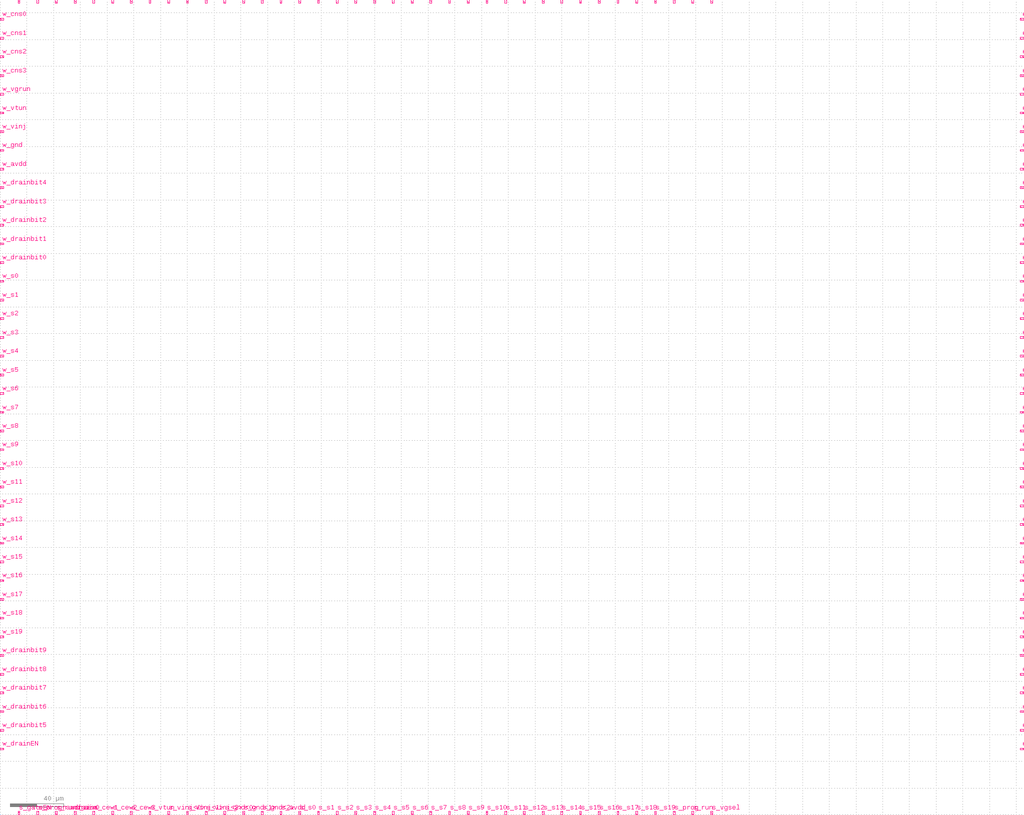
<source format=lef>
VERSION 5.5 ;
NAMESCASESENSITIVE ON ;
BUSBITCHARS "[]" ;
DIVIDERCHAR "/" ;

PROPERTYDEFINITIONS
  LAYER routingPitch REAL ;
END PROPERTYDEFINITIONS

UNITS
  DATABASE MICRONS 1000 ;
END UNITS
MANUFACTURINGGRID 0.01 ;
LAYER POLY1
  TYPE MASTERSLICE ;
END POLY1

LAYER CONT
  TYPE CUT ;
  SPACING 0.4 ;
END CONT

LAYER METAL1
  TYPE ROUTING ;
  DIRECTION HORIZONTAL ;
  PITCH 0 ;
  WIDTH 0.5 ;
  SPACING 0.45 ;
  PROPERTY routingPitch 1.25 ;
END METAL1

LAYER VIA12
  TYPE CUT ;
  SPACING 0.45 ;
END VIA12

LAYER METAL2
  TYPE ROUTING ;
  DIRECTION VERTICAL ;
  PITCH 0 ;
  WIDTH 0.6 ;
  SPACING 0.5 ;
  PROPERTY routingPitch 1.4 ;
END METAL2

LAYER VIA23
  TYPE CUT ;
  SPACING 0.45 ;
END VIA23

LAYER METAL3
  TYPE ROUTING ;
  DIRECTION HORIZONTAL ;
  PITCH 0 ;
  WIDTH 0.6 ;
  SPACING 0.5 ;
  PROPERTY routingPitch 1.25 ;
END METAL3

LAYER VIA34
  TYPE CUT ;
  SPACING 0.45 ;
END VIA34

LAYER METAL4
  TYPE ROUTING ;
  DIRECTION VERTICAL ;
  PITCH 0 ;
  WIDTH 0.6 ;
  SPACING 0.6 ;
  PROPERTY routingPitch 1.4 ;
END METAL4

LAYER OVERLAP
  TYPE OVERLAP ;
END OVERLAP

VIARULE M4_M3 GENERATE
  LAYER METAL3 ;
    ENCLOSURE 0.2 0.2 ;
  LAYER METAL4 ;
    ENCLOSURE 0.15 0.15 ;
  LAYER VIA34 ;
    RECT -0.25 -0.25 0.25 0.25 ;
    SPACING 1 BY 1 ;
END M4_M3

VIARULE M3_M2 GENERATE
  LAYER METAL2 ;
    ENCLOSURE 0.2 0.2 ;
  LAYER METAL3 ;
    ENCLOSURE 0.15 0.15 ;
  LAYER VIA23 ;
    RECT -0.25 -0.25 0.25 0.25 ;
    SPACING 1 BY 1 ;
END M3_M2

VIARULE M2_M1 GENERATE
  LAYER METAL1 ;
    ENCLOSURE 0.2 0.2 ;
  LAYER METAL2 ;
    ENCLOSURE 0.15 0.15 ;
  LAYER VIA12 ;
    RECT -0.25 -0.25 0.25 0.25 ;
    SPACING 1 BY 1 ;
END M2_M1

VIARULE M1_POLY1 GENERATE
  LAYER POLY1 ;
    ENCLOSURE 0.2 0.2 ;
  LAYER METAL1 ;
    ENCLOSURE 0.15 0.15 ;
  LAYER CONT ;
    RECT -0.2 -0.2 0.2 0.2 ;
    SPACING 1 BY 1 ;
END M1_POLY1

VIA M1_POLY1
  LAYER CONT ;
    RECT -0.2 -0.2 0.2 0.2 ;
  LAYER POLY1 ;
    RECT -0.4 -0.4 0.4 0.4 ;
  LAYER METAL1 ;
    RECT -0.35 -0.35 0.35 0.35 ;
END M1_POLY1

VIA M2_M1
  LAYER VIA12 ;
    RECT -0.25 -0.25 0.25 0.25 ;
  LAYER METAL2 ;
    RECT -0.4 -0.4 0.4 0.4 ;
  LAYER METAL1 ;
    RECT -0.45 -0.45 0.45 0.45 ;
END M2_M1

VIA M3_M2
  LAYER VIA23 ;
    RECT -0.25 -0.25 0.25 0.25 ;
  LAYER METAL3 ;
    RECT -0.4 -0.4 0.4 0.4 ;
  LAYER METAL2 ;
    RECT -0.45 -0.45 0.45 0.45 ;
END M3_M2

VIA M4_M3
  LAYER VIA34 ;
    RECT -0.25 -0.25 0.25 0.25 ;
  LAYER METAL4 ;
    RECT -0.4 -0.4 0.4 0.4 ;
  LAYER METAL3 ;
    RECT -0.45 -0.45 0.45 0.45 ;
END M4_M3


MACRO TSMC350nm_VinjDecode2to4_vtile_spacing
END TSMC350nm_VinjDecode2to4_vtile_spacing

MACRO TSMC350nm_VinjDecode2to4_vtile_B_bridge
END TSMC350nm_VinjDecode2to4_vtile_B_bridge

MACRO TSMC350nm_VinjDecode2to4_vtile
  PIN Vinj
    DIRECTION INOUT ;
    USE SIGNAL ;
    PORT
      LAYER METAL1 ;
        RECT 7.78 11.04 9.06 11.45 ;
    END
  END Vinj
  PIN OUT<0>
    DIRECTION INOUT ;
    USE SIGNAL ;
    PORT
      LAYER METAL1 ;
        RECT 19.66 18.91 20.11 19.59 ;
    END
  END OUT<0>
  PIN OUT<1>
    DIRECTION INOUT ;
    USE SIGNAL ;
    PORT
      LAYER METAL1 ;
        RECT 19.66 13.41 20.12 14.1 ;
    END
  END OUT<1>
  PIN OUT<2>
    DIRECTION INOUT ;
    USE SIGNAL ;
    PORT
      LAYER METAL1 ;
        RECT 19.66 7.92 20.11 8.59 ;
    END
  END OUT<2>
  PIN OUT<3>
    DIRECTION INOUT ;
    USE SIGNAL ;
    PORT
      LAYER METAL1 ;
        RECT 19.66 2.41 20.11 3.09 ;
    END
  END OUT<3>
  PIN ENABLE
    DIRECTION INOUT ;
    USE SIGNAL ;
    PORT
      LAYER METAL1 ;
        RECT 0.01 3.48 0.71 4.21 ;
    END
  END ENABLE
  PIN GND
    DIRECTION INOUT ;
    USE SIGNAL ;
    PORT
      LAYER METAL1 ;
        RECT 19.52 5.0 20.12 5.99 ;
    END
  END GND
  PIN VINJ
    DIRECTION INOUT ;
    USE SIGNAL ;
    PORT
      LAYER METAL1 ;
        RECT 19.15 21.56 20.05 21.96 ;
    END
  END VINJ
  PIN IN<1>
    DIRECTION INOUT ;
    USE SIGNAL ;
    PORT
      LAYER METAL2 ;
        RECT 6.56 20.89 7.5 22.0 ;
    END
  END IN<1>
  PIN IN<0>
    DIRECTION INOUT ;
    USE SIGNAL ;
    PORT
      LAYER METAL2 ;
        RECT 3.9 20.96 4.5 22.0 ;
    END
  END IN<0>
END TSMC350nm_VinjDecode2to4_vtile

MACRO TSMC350nm_VinjDecode2to4_vtile_A_bridge
END TSMC350nm_VinjDecode2to4_vtile_A_bridge

MACRO TSMC350nm_VinjDecode2to4_vtile_bridge_spacing
END TSMC350nm_VinjDecode2to4_vtile_bridge_spacing

MACRO TSMC350nm_VinjDecode2to4_vtile_D_bridge
END TSMC350nm_VinjDecode2to4_vtile_D_bridge

MACRO TSMC350nm_VinjDecode2to4_vtile_C_bridge
END TSMC350nm_VinjDecode2to4_vtile_C_bridge

MACRO TSMC350nm_drainSelect_progrundrains
  PIN prog_drain<3>
    DIRECTION INOUT ;
    USE SIGNAL ;
    PORT
      LAYER METAL1 ;
        RECT 30.93 0.93 31.86 1.43 ;
    END
  END prog_drain<3>
  PIN prog_drain<2>
    DIRECTION INOUT ;
    USE SIGNAL ;
    PORT
      LAYER METAL1 ;
        RECT 30.97 9.62 31.86 10.12 ;
    END
  END prog_drain<2>
  PIN prog_drain<1>
    DIRECTION INOUT ;
    USE SIGNAL ;
    PORT
      LAYER METAL1 ;
        RECT 31.0 13.97 31.86 14.47 ;
    END
  END prog_drain<1>
  PIN run_drain<3>
    DIRECTION INOUT ;
    USE SIGNAL ;
    PORT
      LAYER METAL1 ;
        RECT 31.01 2.45 31.86 2.95 ;
    END
  END run_drain<3>
  PIN run_drain<2>
    DIRECTION INOUT ;
    USE SIGNAL ;
    PORT
      LAYER METAL1 ;
        RECT 30.94 5.31 31.86 5.81 ;
    END
  END run_drain<2>
  PIN prog_drain<0>
    DIRECTION INOUT ;
    USE SIGNAL ;
    PORT
      LAYER METAL1 ;
        RECT 31.12 20.75 31.86 21.25 ;
    END
  END prog_drain<0>
  PIN GND
    DIRECTION INOUT ;
    USE SIGNAL ;
    PORT
      LAYER METAL2 ;
        RECT 4.19 21.33 4.99 22.0 ;
    END
  END GND
  PIN VINJ
    DIRECTION INOUT ;
    USE SIGNAL ;
    PORT
      LAYER METAL1 ;
        RECT 1.4 21.5 2.8 22.0 ;
    END
  END VINJ
  PIN run_drain<0>
    DIRECTION INOUT ;
    USE SIGNAL ;
    PORT
      LAYER METAL1 ;
        RECT 31.01 19.56 31.86 20.06 ;
    END
  END run_drain<0>
  PIN run_drain<1>
    DIRECTION INOUT ;
    USE SIGNAL ;
    PORT
      LAYER METAL1 ;
        RECT 31.04 16.75 31.86 17.24 ;
    END
  END run_drain<1>
  PIN SELECT<3>
    DIRECTION INOUT ;
    USE SIGNAL ;
    PORT
      LAYER METAL1 ;
        RECT 0.0 2.54 0.67 2.97 ;
    END
  END SELECT<3>
  PIN SELET<2>
    DIRECTION INOUT ;
    USE SIGNAL ;
    PORT
      LAYER METAL1 ;
        RECT 0.0 8.03 0.67 8.46 ;
    END
  END SELET<2>
  PIN SELECT<1>
    DIRECTION INOUT ;
    USE SIGNAL ;
    PORT
      LAYER METAL1 ;
        RECT 0.0 13.54 0.67 13.97 ;
    END
  END SELECT<1>
  PIN SELECT<0>
    DIRECTION INOUT ;
    USE SIGNAL ;
    PORT
      LAYER METAL1 ;
        RECT 0.0 18.9 0.67 19.6 ;
    END
  END SELECT<0>
  PIN VINJ_b
    DIRECTION INOUT ;
    USE SIGNAL ;
    PORT
      LAYER METAL2 ;
        RECT 21.94 0.0 23.29 0.58 ;
    END
  END VINJ_b
  PIN GND_b
    DIRECTION INOUT ;
    USE SIGNAL ;
    PORT
      LAYER METAL2 ;
        RECT 17.16 0.0 18.16 0.58 ;
    END
  END GND_b
  PIN run_drainrail
    DIRECTION INOUT ;
    USE SIGNAL ;
    PORT
      LAYER METAL2 ;
        RECT 27.01 21.19 27.71 22.0 ;
    END
  END run_drainrail
  PIN prog_drainrail
    DIRECTION INOUT ;
    USE SIGNAL ;
    PORT
      LAYER METAL2 ;
        RECT 7.36 21.34 8.16 22.0 ;
    END
  END prog_drainrail
END TSMC350nm_drainSelect_progrundrains

MACRO TSMC350nm_4TGate_ST_draincutoff
  PIN In<0>
    DIRECTION INOUT ;
    USE SIGNAL ;
    PORT
      LAYER METAL1 ;
        RECT 9.96 17.5 10.6 18.45 ;
    END
  END In<0>
  PIN In<1>
    DIRECTION INOUT ;
    USE SIGNAL ;
    PORT
      LAYER METAL1 ;
        RECT 9.91 14.7 10.6 15.93 ;
    END
  END In<1>
  PIN In<2>
    DIRECTION INOUT ;
    USE SIGNAL ;
    PORT
      LAYER METAL1 ;
        RECT 10.01 6.9 10.6 7.8 ;
    END
  END In<2>
  PIN In<3>
    DIRECTION INOUT ;
    USE SIGNAL ;
    PORT
      LAYER METAL1 ;
        RECT 10.02 3.5 10.6 4.3 ;
    END
  END In<3>
  PIN A<0>
    DIRECTION INOUT ;
    USE SIGNAL ;
    PORT
      LAYER METAL1 ;
        RECT 0.0 19.56 1.4 20.06 ;
    END
  END A<0>
  PIN A<1>
    DIRECTION INOUT ;
    USE SIGNAL ;
    PORT
      LAYER METAL1 ;
        RECT 0.0 16.75 1.4 17.25 ;
    END
  END A<1>
  PIN A<2>
    DIRECTION INOUT ;
    USE SIGNAL ;
    PORT
      LAYER METAL1 ;
        RECT 0.0 5.3 1.4 5.8 ;
    END
  END A<2>
  PIN A<3>
    DIRECTION INOUT ;
    USE SIGNAL ;
    PORT
      LAYER METAL1 ;
        RECT 0.0 2.45 1.4 2.95 ;
    END
  END A<3>
  PIN P<0>
    DIRECTION INOUT ;
    USE SIGNAL ;
    PORT
      LAYER METAL1 ;
        RECT 0.0 20.75 1.4 21.25 ;
    END
  END P<0>
  PIN P<1>
    DIRECTION INOUT ;
    USE SIGNAL ;
    PORT
      LAYER METAL1 ;
        RECT 0.0 13.97 1.4 14.47 ;
    END
  END P<1>
  PIN P<2>
    DIRECTION INOUT ;
    USE SIGNAL ;
    PORT
      LAYER METAL1 ;
        RECT 0.0 9.62 1.4 10.12 ;
    END
  END P<2>
  PIN P<3>
    DIRECTION INOUT ;
    USE SIGNAL ;
    PORT
      LAYER METAL1 ;
        RECT 0.0 0.93 1.4 1.43 ;
    END
  END P<3>
  PIN PR<0>
    DIRECTION INOUT ;
    USE SIGNAL ;
    PORT
      LAYER METAL1 ;
        RECT 10.0 20.3 10.6 21.25 ;
    END
  END PR<0>
  PIN PR<1>
    DIRECTION INOUT ;
    USE SIGNAL ;
    PORT
      LAYER METAL1 ;
        RECT 10.13 11.9 10.6 12.8 ;
    END
  END PR<1>
  PIN PR<2>
    DIRECTION INOUT ;
    USE SIGNAL ;
    PORT
      LAYER METAL1 ;
        RECT 10.0 9.4 10.6 10.3 ;
    END
  END PR<2>
  PIN PR<3>
    DIRECTION INOUT ;
    USE SIGNAL ;
    PORT
      LAYER METAL1 ;
        RECT 10.0 0.7 10.6 1.6 ;
    END
  END PR<3>
  PIN VDD_b
    DIRECTION INOUT ;
    USE SIGNAL ;
    PORT
      LAYER METAL2 ;
        RECT 7.89 0.0 8.79 0.54 ;
    END
  END VDD_b
  PIN RUN
    DIRECTION INOUT ;
    USE SIGNAL ;
    PORT
      LAYER METAL2 ;
        RECT 5.9 21.13 6.5 22.0 ;
    END
  END RUN
  PIN VDD
    DIRECTION INOUT ;
    USE SIGNAL ;
    PORT
      LAYER METAL2 ;
        RECT 7.89 21.3 8.79 22.0 ;
    END
  END VDD
  PIN GND
    DIRECTION INOUT ;
    USE SIGNAL ;
    PORT
      LAYER METAL2 ;
        RECT 3.35 21.3 4.25 22.0 ;
    END
  END GND
  PIN GND_b
    DIRECTION INOUT ;
    USE SIGNAL ;
    PORT
      LAYER METAL2 ;
        RECT 3.35 0.0 4.25 0.73 ;
    END
  END GND_b
  PIN RUN_b
    DIRECTION INOUT ;
    USE SIGNAL ;
    PORT
      LAYER METAL2 ;
        RECT 5.9 0.0 6.5 0.71 ;
    END
  END RUN_b
END TSMC350nm_4TGate_ST_draincutoff

MACRO TSMC350nm_IndirectSwitches
  PIN GND_T
    DIRECTION INOUT ;
    USE SIGNAL ;
    PORT
      LAYER METAL2 ;
        RECT 15.4 21.0 16.2 22.0 ;
    END
  END GND_T
  PIN VINJ_T
    DIRECTION INOUT ;
    USE SIGNAL ;
    PORT
      LAYER METAL2 ;
        RECT 6.3 21.04 7.32 22.0 ;
    END
  END VINJ_T
  PIN VDD<1>
    DIRECTION INOUT ;
    USE SIGNAL ;
    PORT
      LAYER METAL2 ;
        RECT 24.5 0.0 25.1 0.75 ;
    END
  END VDD<1>
  PIN VTUN
    DIRECTION INOUT ;
    USE SIGNAL ;
    PORT
      LAYER METAL2 ;
        RECT 13.3 0.0 13.9 0.82 ;
    END
  END VTUN
  PIN GND<0>
    DIRECTION INOUT ;
    USE SIGNAL ;
    PORT
      LAYER METAL2 ;
        RECT 11.2 0.0 11.8 0.85 ;
    END
  END GND<0>
  PIN GNDV<1>
    DIRECTION INOUT ;
    USE SIGNAL ;
    PORT
      LAYER METAL2 ;
        RECT 15.47 0.0 15.95 1.0 ;
    END
  END GNDV<1>
  PIN VINJ
    DIRECTION INOUT ;
    USE SIGNAL ;
    PORT
      LAYER METAL2 ;
        RECT 4.2 0.0 4.8 1.0 ;
    END
  END VINJ
  PIN VDD<0>
    DIRECTION INOUT ;
    USE SIGNAL ;
    PORT
      LAYER METAL2 ;
        RECT 2.1 0.0 2.7 1.09 ;
    END
  END VDD<0>
  PIN Vg<0>
    DIRECTION INOUT ;
    USE SIGNAL ;
    PORT
      LAYER METAL2 ;
        RECT 8.4 0.005 9.0 0.825 ;
    END
  END Vg<0>
  PIN CTRL_B<0>
    DIRECTION INOUT ;
    USE SIGNAL ;
    PORT
      LAYER METAL2 ;
        RECT 6.3 0.01 6.9 0.76 ;
    END
  END CTRL_B<0>
  PIN CTRL_B<1>
    DIRECTION INOUT ;
    USE SIGNAL ;
    PORT
      LAYER METAL2 ;
        RECT 20.3 0.01 20.9 0.75 ;
    END
  END CTRL_B<1>
  PIN Vg<1>
    DIRECTION INOUT ;
    USE SIGNAL ;
    PORT
      LAYER METAL2 ;
        RECT 18.2 0.0 18.8 0.76 ;
    END
  END Vg<1>
  PIN decode<0>
    DIRECTION INOUT ;
    USE SIGNAL ;
    PORT
      LAYER METAL2 ;
        RECT 3.46 21.16 4.8 22.0 ;
    END
  END decode<0>
  PIN RUN_IN<1>
    DIRECTION INOUT ;
    USE SIGNAL ;
    PORT
      LAYER METAL2 ;
        RECT 17.5 21.01 18.1 22.0 ;
    END
  END RUN_IN<1>
  PIN RUN_IN<0>
    DIRECTION INOUT ;
    USE SIGNAL ;
    PORT
      LAYER METAL2 ;
        RECT 10.5 20.9 11.1 22.0 ;
    END
  END RUN_IN<0>
  PIN VPWR<1>
    DIRECTION INOUT ;
    USE SIGNAL ;
    PORT
      LAYER METAL2 ;
        RECT 21.7 21.08 22.3 22.0 ;
    END
  END VPWR<1>
  PIN decode<1>
    DIRECTION INOUT ;
    USE SIGNAL ;
    PORT
      LAYER METAL2 ;
        RECT 23.8 21.09 25.0 22.0 ;
    END
  END decode<1>
  PIN VPWR<0>
    DIRECTION INOUT ;
    USE SIGNAL ;
    PORT
      LAYER METAL2 ;
        RECT 1.71 21.21 2.43 22.0 ;
    END
  END VPWR<0>
  PIN VTUN_T
    DIRECTION INOUT ;
    USE SIGNAL ;
    PORT
      LAYER METAL2 ;
        RECT 12.6 21.12 13.7 22.0 ;
    END
  END VTUN_T
  PIN vtun_l
    DIRECTION INOUT ;
    USE SIGNAL ;
    PORT
      LAYER METAL1 ;
        RECT 0.0 0.9 1.31 1.88 ;
    END
  END vtun_l
  PIN vtun_r
    DIRECTION INOUT ;
    USE SIGNAL ;
    PORT
      LAYER METAL1 ;
        RECT 26.17 0.9 27.46 2.17 ;
    END
  END vtun_r
  PIN vgsel_r
    DIRECTION INOUT ;
    USE SIGNAL ;
    PORT
      LAYER METAL1 ;
        RECT 26.52 3.15 27.46 4.45 ;
    END
  END vgsel_r
  PIN prog_r
    DIRECTION INOUT ;
    USE SIGNAL ;
    PORT
      LAYER METAL1 ;
        RECT 26.59 9.15 27.46 10.55 ;
    END
  END prog_r
  PIN run_r
    DIRECTION INOUT ;
    USE SIGNAL ;
    PORT
      LAYER METAL1 ;
        RECT 26.28 6.05 27.46 7.29 ;
    END
  END run_r
  PIN RUN
    DIRECTION INOUT ;
    USE SIGNAL ;
    PORT
      LAYER METAL1 ;
        RECT 0.0 6.05 0.91 7.29 ;
    END
  END RUN
  PIN PROG
    DIRECTION INOUT ;
    USE SIGNAL ;
    PORT
      LAYER METAL1 ;
        RECT 0.0 9.15 0.87 10.55 ;
    END
  END PROG
  PIN Vgsel
    DIRECTION INOUT ;
    USE SIGNAL ;
    PORT
      LAYER METAL1 ;
        RECT 0.0 3.72 0.91 4.45 ;
    END
  END Vgsel
END TSMC350nm_IndirectSwitches

MACRO TSMC350nm_VinjDecode2to4_htile
  PIN IN<1>
    DIRECTION INOUT ;
    USE SIGNAL ;
    PORT
      LAYER METAL1 ;
        RECT 0.0 11.85 0.9 12.74 ;
    END
  END IN<1>
  PIN IN<0>
    DIRECTION INOUT ;
    USE SIGNAL ;
    PORT
      LAYER METAL1 ;
        RECT 0.0 10.13 0.87 11.1 ;
    END
  END IN<0>
  PIN VINJ
    DIRECTION INOUT ;
    USE SIGNAL ;
    PORT
      LAYER METAL1 ;
        RECT 0.0 1.99 0.5 2.49 ;
    END
  END VINJ
  PIN GND
    DIRECTION INOUT ;
    USE SIGNAL ;
    PORT
      LAYER METAL1 ;
        RECT 0.0 6.99 0.51 7.49 ;
    END
  END GND
  PIN GND_b<1>
    DIRECTION INOUT ;
    USE SIGNAL ;
    PORT
      LAYER METAL2 ;
        RECT 40.32 0.0 40.92 1.79 ;
    END
  END GND_b<1>
  PIN VINJ_b<1>
    DIRECTION INOUT ;
    USE SIGNAL ;
    PORT
      LAYER METAL2 ;
        RECT 22.1 0.0 22.7 1.44 ;
    END
  END VINJ_b<1>
  PIN GND_b<0>
    DIRECTION INOUT ;
    USE SIGNAL ;
    PORT
      LAYER METAL2 ;
        RECT 18.85 0.0 19.45 1.41 ;
    END
  END GND_b<0>
  PIN VINJ_b<0>
    DIRECTION INOUT ;
    USE SIGNAL ;
    PORT
      LAYER METAL2 ;
        RECT 1.07 0.0 1.67 1.25 ;
    END
  END VINJ_b<0>
  PIN VINJV
    DIRECTION INOUT ;
    USE SIGNAL ;
    PORT
      LAYER METAL2 ;
        RECT 23.7 21.26 24.31 22.0 ;
    END
  END VINJV
  PIN GNDV
    DIRECTION INOUT ;
    USE SIGNAL ;
    PORT
      LAYER METAL2 ;
        RECT 25.84 21.28 26.44 22.0 ;
    END
  END GNDV
  PIN RUN_OUT<3>
    DIRECTION INOUT ;
    USE SIGNAL ;
    PORT
      LAYER METAL2 ;
        RECT 34.39 0.0 35.19 0.86 ;
    END
  END RUN_OUT<3>
  PIN RUN_OUT<2>
    DIRECTION INOUT ;
    USE SIGNAL ;
    PORT
      LAYER METAL2 ;
        RECT 28.77 0.0 29.57 0.86 ;
    END
  END RUN_OUT<2>
  PIN RUN_OUT<1>
    DIRECTION INOUT ;
    USE SIGNAL ;
    PORT
      LAYER METAL2 ;
        RECT 13.5 0.0 14.1 0.86 ;
    END
  END RUN_OUT<1>
  PIN RUN_OUT<0>
    DIRECTION INOUT ;
    USE SIGNAL ;
    PORT
      LAYER METAL2 ;
        RECT 7.34 0.0 8.14 0.86 ;
    END
  END RUN_OUT<0>
  PIN ENABLE
    DIRECTION INOUT ;
    USE SIGNAL ;
    PORT
      LAYER METAL2 ;
        RECT 6.29 21.66 6.89 22.0 ;
    END
  END ENABLE
  PIN OUT<2>
    DIRECTION INOUT ;
    USE SIGNAL ;
    PORT
      LAYER METAL2 ;
        RECT 25.28 0.0 25.87 0.87 ;
    END
  END OUT<2>
  PIN OUT<3>
    DIRECTION INOUT ;
    USE SIGNAL ;
    PORT
      LAYER METAL2 ;
        RECT 37.14 0.0 37.73 0.83 ;
    END
  END OUT<3>
  PIN OUT<0>
    DIRECTION INOUT ;
    USE SIGNAL ;
    PORT
      LAYER METAL2 ;
        RECT 4.27 0.0 4.87 0.86 ;
    END
  END OUT<0>
  PIN OUT<1>
    DIRECTION INOUT ;
    USE SIGNAL ;
    PORT
      LAYER METAL2 ;
        RECT 16.14 0.0 16.72 0.85 ;
    END
  END OUT<1>
  PIN VGRUN<0>
    DIRECTION INOUT ;
    USE SIGNAL ;
    PORT
      LAYER METAL2 ;
        RECT 9.1 21.59 9.7 22.0 ;
    END
  END VGRUN<0>
  PIN VGRUN<1>
    DIRECTION INOUT ;
    USE SIGNAL ;
    PORT
      LAYER METAL2 ;
        RECT 11.2 21.6 11.8 22.0 ;
    END
  END VGRUN<1>
  PIN VGRUN<2>
    DIRECTION INOUT ;
    USE SIGNAL ;
    PORT
      LAYER METAL2 ;
        RECT 28.7 21.71 29.3 22.0 ;
    END
  END VGRUN<2>
  PIN VGRUN<3>
    DIRECTION INOUT ;
    USE SIGNAL ;
    PORT
      LAYER METAL2 ;
        RECT 33.6 21.54 34.2 22.0 ;
    END
  END VGRUN<3>
END TSMC350nm_VinjDecode2to4_htile

MACRO TSMC350nm_VinjDecode2to4_htile_A_bridge
  PIN VGRUN<3>
    DIRECTION INOUT ;
    USE SIGNAL ;
    PORT
      LAYER METAL2 ;
        RECT 34.5 9.46 35.1 10.0 ;
    END
  END VGRUN<3>
  PIN VGRUN<2>
    DIRECTION INOUT ;
    USE SIGNAL ;
    PORT
      LAYER METAL2 ;
        RECT 26.6 9.56 27.2 10.0 ;
    END
  END VGRUN<2>
  PIN VGRUN<1>
    DIRECTION INOUT ;
    USE SIGNAL ;
    PORT
      LAYER METAL2 ;
        RECT 13.5 9.46 14.1 10.0 ;
    END
  END VGRUN<1>
  PIN VGRUN<0>
    DIRECTION INOUT ;
    USE SIGNAL ;
    PORT
      LAYER METAL2 ;
        RECT 5.6 9.52 6.2 10.0 ;
    END
  END VGRUN<0>
END TSMC350nm_VinjDecode2to4_htile_A_bridge

MACRO TSMC350nm_VinjDecode2to4_htile_B_bridge
  PIN VGRUN<0>
    DIRECTION INOUT ;
    USE SIGNAL ;
    PORT
      LAYER METAL2 ;
        RECT 9.1 9.52 9.7 10.0 ;
    END
  END VGRUN<0>
  PIN VGRUN<1>
    DIRECTION INOUT ;
    USE SIGNAL ;
    PORT
      LAYER METAL2 ;
        RECT 11.2 9.52 11.8 10.0 ;
    END
  END VGRUN<1>
  PIN VGRUN<2>
    DIRECTION INOUT ;
    USE SIGNAL ;
    PORT
      LAYER METAL2 ;
        RECT 28.7 9.5 29.3 10.0 ;
    END
  END VGRUN<2>
  PIN VGRUN<3>
    DIRECTION INOUT ;
    USE SIGNAL ;
    PORT
      LAYER METAL2 ;
        RECT 33.6 9.51 34.2 10.0 ;
    END
  END VGRUN<3>
END TSMC350nm_VinjDecode2to4_htile_B_bridge

MACRO TSMC350nm_VinjDecode2to4_htile_C_bridge
  PIN VGRUN<0>
    DIRECTION INOUT ;
    USE SIGNAL ;
    PORT
      LAYER METAL2 ;
        RECT 9.1 9.54 9.7 10.0 ;
    END
  END VGRUN<0>
  PIN VGRUN<1>
    DIRECTION INOUT ;
    USE SIGNAL ;
    PORT
      LAYER METAL2 ;
        RECT 11.2 9.57 11.8 10.0 ;
    END
  END VGRUN<1>
  PIN VGRUN<2>
    DIRECTION INOUT ;
    USE SIGNAL ;
    PORT
      LAYER METAL2 ;
        RECT 28.7 9.59 29.3 10.0 ;
    END
  END VGRUN<2>
  PIN VGRUN<3>
    DIRECTION INOUT ;
    USE SIGNAL ;
    PORT
      LAYER METAL2 ;
        RECT 33.6 9.57 34.2 10.0 ;
    END
  END VGRUN<3>
END TSMC350nm_VinjDecode2to4_htile_C_bridge

MACRO TSMC350nm_VinjDecode2to4_htile_D_bridge
  PIN VGRUN<0>
    DIRECTION INOUT ;
    USE SIGNAL ;
    PORT
      LAYER METAL2 ;
        RECT 9.1 9.58 9.7 10.0 ;
    END
  END VGRUN<0>
  PIN VGRUN<1>
    DIRECTION INOUT ;
    USE SIGNAL ;
    PORT
      LAYER METAL2 ;
        RECT 11.2 9.55 11.8 10.0 ;
    END
  END VGRUN<1>
  PIN VGRUN<2>
    DIRECTION INOUT ;
    USE SIGNAL ;
    PORT
      LAYER METAL2 ;
        RECT 28.7 9.58 29.3 10.0 ;
    END
  END VGRUN<2>
  PIN VGRUN<3>
    DIRECTION INOUT ;
    USE SIGNAL ;
    PORT
      LAYER METAL2 ;
        RECT 33.6 9.57 34.2 10.0 ;
    END
  END VGRUN<3>
END TSMC350nm_VinjDecode2to4_htile_D_bridge

MACRO TSMC350nm_VinjDecode2to4_htile_spacing
  PIN VGRUN<0>
    DIRECTION INOUT ;
    USE SIGNAL ;
    PORT
      LAYER METAL2 ;
        RECT 9.1 21.59 9.7 22.0 ;
    END
  END VGRUN<0>
  PIN VGRUN<1>
    DIRECTION INOUT ;
    USE SIGNAL ;
    PORT
      LAYER METAL2 ;
        RECT 11.2 21.52 11.8 22.0 ;
    END
  END VGRUN<1>
  PIN VGRUN<2>
    DIRECTION INOUT ;
    USE SIGNAL ;
    PORT
      LAYER METAL2 ;
        RECT 28.7 21.54 29.3 22.0 ;
    END
  END VGRUN<2>
  PIN VGRUN<3>
    DIRECTION INOUT ;
    USE SIGNAL ;
    PORT
      LAYER METAL2 ;
        RECT 33.6 21.55 34.2 22.0 ;
    END
  END VGRUN<3>
END TSMC350nm_VinjDecode2to4_htile_spacing

MACRO TSMC350nm_VinjDecode2to4_htile_bridge_spacing
  PIN VGRUN<0>
    DIRECTION INOUT ;
    USE SIGNAL ;
    PORT
      LAYER METAL2 ;
        RECT 9.1 9.52 9.7 9.99 ;
    END
  END VGRUN<0>
  PIN VGRUN<1>
    DIRECTION INOUT ;
    USE SIGNAL ;
    PORT
      LAYER METAL2 ;
        RECT 11.2 9.51 11.8 9.99 ;
    END
  END VGRUN<1>
  PIN VGRUN<2>
    DIRECTION INOUT ;
    USE SIGNAL ;
    PORT
      LAYER METAL2 ;
        RECT 28.7 9.41 29.3 9.99 ;
    END
  END VGRUN<2>
  PIN VGRUN<3>
    DIRECTION INOUT ;
    USE SIGNAL ;
    PORT
      LAYER METAL2 ;
        RECT 33.6 9.47 34.2 9.99 ;
    END
  END VGRUN<3>
END TSMC350nm_VinjDecode2to4_htile_bridge_spacing

MACRO TSMC350nm_NandPfets
  PIN SOURCE_P
    DIRECTION INOUT ;
    USE SIGNAL ;
    PORT
      LAYER METAL1 ;
        RECT 0.0 2.1 1.4 3.5 ;
    END
  END SOURCE_P
  PIN GATE_P
    DIRECTION INOUT ;
    USE SIGNAL ;
    PORT
      LAYER METAL1 ;
        RECT 0.0 6.3 1.4 7.7 ;
    END
  END GATE_P
  PIN GATE_N
    DIRECTION INOUT ;
    USE SIGNAL ;
    PORT
      LAYER METAL1 ;
        RECT 0.0 18.9 1.4 20.3 ;
    END
  END GATE_N
  PIN SOURCE_N
    DIRECTION INOUT ;
    USE SIGNAL ;
    PORT
      LAYER METAL1 ;
        RECT 0.0 14.7 1.4 16.1 ;
    END
  END SOURCE_N
  PIN DRAIN_P
    DIRECTION INOUT ;
    USE SIGNAL ;
    PORT
      LAYER METAL1 ;
        RECT 20.3 10.5 21.7 11.9 ;
    END
  END DRAIN_P
  PIN DRAIN_N
    DIRECTION INOUT ;
    USE SIGNAL ;
    PORT
      LAYER METAL1 ;
        RECT 20.3 14.7 21.7 16.1 ;
    END
  END DRAIN_N
  PIN VPWR
    DIRECTION INOUT ;
    USE SIGNAL ;
    PORT
      LAYER METAL2 ;
        RECT 3.5 20.6 4.9 22.0 ;
    END
  END VPWR
  PIN GND
    DIRECTION INOUT ;
    USE SIGNAL ;
    PORT
      LAYER METAL2 ;
        RECT 14.7 20.6 16.1 22.0 ;
    END
  END GND
  PIN GND_b
    DIRECTION INOUT ;
    USE SIGNAL ;
    PORT
      LAYER METAL2 ;
        RECT 14.7 0.0 16.1 1.4 ;
    END
  END GND_b
  PIN VPWR_b
    DIRECTION INOUT ;
    USE SIGNAL ;
    PORT
      LAYER METAL2 ;
        RECT 3.5 0.0 4.9 1.4 ;
    END
  END VPWR_b
END TSMC350nm_NandPfets

MACRO TSMC350nm_4WTA_IndirectProg
  PIN Vbias
    DIRECTION INOUT ;
    USE SIGNAL ;
    PORT
      LAYER METAL1 ;
        RECT 103.6 9.1 105.0 10.5 ;
    END
  END Vbias
  PIN Vmid
    DIRECTION INOUT ;
    USE SIGNAL ;
    PORT
      LAYER METAL1 ;
        RECT 103.6 13.3 105.0 14.7 ;
    END
  END Vmid
  PIN Vd_P<0>
    DIRECTION INOUT ;
    USE SIGNAL ;
    PORT
      LAYER METAL1 ;
        RECT 0.0 20.3 1.4 21.7 ;
    END
  END Vd_P<0>
  PIN Vd_P<1>
    DIRECTION INOUT ;
    USE SIGNAL ;
    PORT
      LAYER METAL1 ;
        RECT 0.0 11.9 1.4 13.3 ;
    END
  END Vd_P<1>
  PIN Vd_P<2>
    DIRECTION INOUT ;
    USE SIGNAL ;
    PORT
      LAYER METAL1 ;
        RECT 0.0 9.1 1.4 10.5 ;
    END
  END Vd_P<2>
  PIN Iin<1>
    DIRECTION INOUT ;
    USE SIGNAL ;
    PORT
      LAYER METAL1 ;
        RECT 0.0 14.7 1.4 16.1 ;
    END
  END Iin<1>
  PIN Vout<3>
    DIRECTION INOUT ;
    USE SIGNAL ;
    PORT
      LAYER METAL1 ;
        RECT 103.6 3.5 105.0 4.9 ;
    END
  END Vout<3>
  PIN Vd_P<3>
    DIRECTION INOUT ;
    USE SIGNAL ;
    PORT
      LAYER METAL1 ;
        RECT 0.0 0.7 1.4 2.1 ;
    END
  END Vd_P<3>
  PIN Iin<3>
    DIRECTION INOUT ;
    USE SIGNAL ;
    PORT
      LAYER METAL1 ;
        RECT 0.0 3.5 1.4 4.9 ;
    END
  END Iin<3>
  PIN Vout<2>
    DIRECTION INOUT ;
    USE SIGNAL ;
    PORT
      LAYER METAL1 ;
        RECT 103.6 6.3 105.0 7.7 ;
    END
  END Vout<2>
  PIN Iin<2>
    DIRECTION INOUT ;
    USE SIGNAL ;
    PORT
      LAYER METAL1 ;
        RECT 0.0 6.3 1.4 7.7 ;
    END
  END Iin<2>
  PIN Iin<0>
    DIRECTION INOUT ;
    USE SIGNAL ;
    PORT
      LAYER METAL1 ;
        RECT 0.0 17.5 1.4 18.9 ;
    END
  END Iin<0>
  PIN Vout<0>
    DIRECTION INOUT ;
    USE SIGNAL ;
    PORT
      LAYER METAL1 ;
        RECT 103.6 18.9 105.0 20.3 ;
    END
  END Vout<0>
  PIN Vout<1>
    DIRECTION INOUT ;
    USE SIGNAL ;
    PORT
      LAYER METAL1 ;
        RECT 103.6 16.1 105.0 17.5 ;
    END
  END Vout<1>
  PIN Vsel_b
    DIRECTION INOUT ;
    USE SIGNAL ;
    PORT
      LAYER METAL2 ;
        RECT 2.1 0.0 3.5 1.4 ;
    END
  END Vsel_b
  PIN GND
    DIRECTION INOUT ;
    USE SIGNAL ;
    PORT
      LAYER METAL2 ;
        RECT 17.5 20.6 18.9 22.0 ;
    END
  END GND
  PIN Vsel
    DIRECTION INOUT ;
    USE SIGNAL ;
    PORT
      LAYER METAL2 ;
        RECT 2.1 20.6 3.5 22.0 ;
    END
  END Vsel
  PIN GND_b
    DIRECTION INOUT ;
    USE SIGNAL ;
    PORT
      LAYER METAL2 ;
        RECT 17.5 0.0 18.9 1.4 ;
    END
  END GND_b
  PIN VTUN_b
    DIRECTION INOUT ;
    USE SIGNAL ;
    PORT
      LAYER METAL2 ;
        RECT 14.7 0.0 16.1 1.4 ;
    END
  END VTUN_b
  PIN VTUN
    DIRECTION INOUT ;
    USE SIGNAL ;
    PORT
      LAYER METAL2 ;
        RECT 14.7 20.6 16.1 22.0 ;
    END
  END VTUN
  PIN Vg
    DIRECTION INOUT ;
    USE SIGNAL ;
    PORT
      LAYER METAL2 ;
        RECT 11.9 20.6 13.3 22.0 ;
    END
  END Vg
  PIN Vs
    DIRECTION INOUT ;
    USE SIGNAL ;
    PORT
      LAYER METAL2 ;
        RECT 6.3 20.6 7.7 22.0 ;
    END
  END Vs
  PIN VINJ
    DIRECTION INOUT ;
    USE SIGNAL ;
    PORT
      LAYER METAL2 ;
        RECT 9.1 20.6 10.5 22.0 ;
    END
  END VINJ
  PIN PROG
    DIRECTION INOUT ;
    USE SIGNAL ;
    PORT
      LAYER METAL2 ;
        RECT 35.7 20.6 37.1 22.0 ;
    END
  END PROG
  PIN Vg_b
    DIRECTION INOUT ;
    USE SIGNAL ;
    PORT
      LAYER METAL2 ;
        RECT 11.9 0.0 13.3 1.4 ;
    END
  END Vg_b
  PIN Vs_b
    DIRECTION INOUT ;
    USE SIGNAL ;
    PORT
      LAYER METAL2 ;
        RECT 6.3 0.0 7.7 1.4 ;
    END
  END Vs_b
  PIN VINJ_b
    DIRECTION INOUT ;
    USE SIGNAL ;
    PORT
      LAYER METAL2 ;
        RECT 9.1 0.0 10.5 1.4 ;
    END
  END VINJ_b
  PIN PROG_b
    DIRECTION INOUT ;
    USE SIGNAL ;
    PORT
      LAYER METAL2 ;
        RECT 35.7 0.0 37.1 1.4 ;
    END
  END PROG_b
END TSMC350nm_4WTA_IndirectProg

MACRO TSMC350nm_Cap_Bank
  PIN Vg_b<0>
    DIRECTION INOUT ;
    USE SIGNAL ;
    PORT
      LAYER METAL2 ;
        RECT 53.9 0.0 55.3 1.4 ;
    END
  END Vg_b<0>
  PIN Vg<0>
    DIRECTION INOUT ;
    USE SIGNAL ;
    PORT
      LAYER METAL2 ;
        RECT 53.9 20.6 55.3 22.0 ;
    END
  END Vg<0>
  PIN Vs_b<0>
    DIRECTION INOUT ;
    USE SIGNAL ;
    PORT
      LAYER METAL2 ;
        RECT 45.5 0.0 46.9 1.4 ;
    END
  END Vs_b<0>
  PIN Vs_b<1>
    DIRECTION INOUT ;
    USE SIGNAL ;
    PORT
      LAYER METAL2 ;
        RECT 69.3 0.0 70.7 1.4 ;
    END
  END Vs_b<1>
  PIN Vsel_b<1>
    DIRECTION INOUT ;
    USE SIGNAL ;
    PORT
      LAYER METAL2 ;
        RECT 65.1 0.0 66.5 1.4 ;
    END
  END Vsel_b<1>
  PIN Vg_b<1>
    DIRECTION INOUT ;
    USE SIGNAL ;
    PORT
      LAYER METAL2 ;
        RECT 62.3 0.0 63.7 1.4 ;
    END
  END Vg_b<1>
  PIN VTUN_b
    DIRECTION INOUT ;
    USE SIGNAL ;
    PORT
      LAYER METAL2 ;
        RECT 56.7 0.0 58.1 1.4 ;
    END
  END VTUN_b
  PIN GND_b
    DIRECTION INOUT ;
    USE SIGNAL ;
    PORT
      LAYER METAL2 ;
        RECT 59.5 0.0 60.9 1.4 ;
    END
  END GND_b
  PIN Vsel_b<0>
    DIRECTION INOUT ;
    USE SIGNAL ;
    PORT
      LAYER METAL2 ;
        RECT 51.1 0.0 52.5 1.4 ;
    END
  END Vsel_b<0>
  PIN VINJ_b
    DIRECTION INOUT ;
    USE SIGNAL ;
    PORT
      LAYER METAL2 ;
        RECT 48.3 0.0 49.7 1.4 ;
    END
  END VINJ_b
  PIN Vs<1>
    DIRECTION INOUT ;
    USE SIGNAL ;
    PORT
      LAYER METAL2 ;
        RECT 69.3 20.6 70.7 22.0 ;
    END
  END Vs<1>
  PIN Vsel<1>
    DIRECTION INOUT ;
    USE SIGNAL ;
    PORT
      LAYER METAL2 ;
        RECT 65.1 20.6 66.5 22.0 ;
    END
  END Vsel<1>
  PIN Vg<1>
    DIRECTION INOUT ;
    USE SIGNAL ;
    PORT
      LAYER METAL2 ;
        RECT 62.3 20.6 63.7 22.0 ;
    END
  END Vg<1>
  PIN VTUN
    DIRECTION INOUT ;
    USE SIGNAL ;
    PORT
      LAYER METAL2 ;
        RECT 56.7 20.6 58.1 22.0 ;
    END
  END VTUN
  PIN GND
    DIRECTION INOUT ;
    USE SIGNAL ;
    PORT
      LAYER METAL2 ;
        RECT 59.5 20.6 60.9 22.0 ;
    END
  END GND
  PIN Vsel<0>
    DIRECTION INOUT ;
    USE SIGNAL ;
    PORT
      LAYER METAL2 ;
        RECT 51.1 20.6 52.5 22.0 ;
    END
  END Vsel<0>
  PIN VINJ
    DIRECTION INOUT ;
    USE SIGNAL ;
    PORT
      LAYER METAL2 ;
        RECT 48.3 20.6 49.7 22.0 ;
    END
  END VINJ
  PIN Vs<0>
    DIRECTION INOUT ;
    USE SIGNAL ;
    PORT
      LAYER METAL2 ;
        RECT 45.5 20.6 46.9 22.0 ;
    END
  END Vs<0>
  PIN OUT<1>
    DIRECTION INOUT ;
    USE SIGNAL ;
    PORT
      LAYER METAL1 ;
        RECT 117.6 4.9 119.0 6.3 ;
    END
  END OUT<1>
  PIN VIN<1>
    DIRECTION INOUT ;
    USE SIGNAL ;
    PORT
      LAYER METAL1 ;
        RECT 0.0 3.5 1.4 4.9 ;
    END
  END VIN<1>
  PIN OUT<0>
    DIRECTION INOUT ;
    USE SIGNAL ;
    PORT
      LAYER METAL1 ;
        RECT 117.6 10.5 119.0 11.9 ;
    END
  END OUT<0>
  PIN VD_P<0>
    DIRECTION INOUT ;
    USE SIGNAL ;
    PORT
      LAYER METAL1 ;
        RECT 0.0 20.3 1.4 21.7 ;
    END
  END VD_P<0>
  PIN VD_P<1>
    DIRECTION INOUT ;
    USE SIGNAL ;
    PORT
      LAYER METAL1 ;
        RECT 0.0 11.9 1.4 13.3 ;
    END
  END VD_P<1>
  PIN VD_P<3>
    DIRECTION INOUT ;
    USE SIGNAL ;
    PORT
      LAYER METAL1 ;
        RECT 0.0 0.7 1.4 2.1 ;
    END
  END VD_P<3>
  PIN VD_P<2>
    DIRECTION INOUT ;
    USE SIGNAL ;
    PORT
      LAYER METAL1 ;
        RECT 0.0 7.7 1.4 9.1 ;
    END
  END VD_P<2>
  PIN VIN<0>
    DIRECTION INOUT ;
    USE SIGNAL ;
    PORT
      LAYER METAL1 ;
        RECT 0.0 16.1 1.4 17.5 ;
    END
  END VIN<0>
END TSMC350nm_Cap_Bank

MACRO TSMC350nm_TA2Cell_Strong
  PIN OUTPUT<0>
    DIRECTION INOUT ;
    USE SIGNAL ;
    PORT
      LAYER METAL1 ;
        RECT 190.95 11.9 192.35 13.3 ;
    END
  END OUTPUT<0>
  PIN VIN1_plus
    DIRECTION INOUT ;
    USE SIGNAL ;
    PORT
      LAYER METAL1 ;
        RECT 0.0 14.7 1.4 16.1 ;
    END
  END VIN1_plus
  PIN VD_P<0>
    DIRECTION INOUT ;
    USE SIGNAL ;
    PORT
      LAYER METAL1 ;
        RECT 0.0 17.5 1.4 18.9 ;
    END
  END VD_P<0>
  PIN VD_P<1>
    DIRECTION INOUT ;
    USE SIGNAL ;
    PORT
      LAYER METAL1 ;
        RECT 0.0 3.5 1.4 4.9 ;
    END
  END VD_P<1>
  PIN VIN2_MINUS
    DIRECTION INOUT ;
    USE SIGNAL ;
    PORT
      LAYER METAL1 ;
        RECT 0.0 6.3 1.4 7.7 ;
    END
  END VIN2_MINUS
  PIN VIN2_PLUS
    DIRECTION INOUT ;
    USE SIGNAL ;
    PORT
      LAYER METAL1 ;
        RECT 0.0 9.1 1.4 10.5 ;
    END
  END VIN2_PLUS
  PIN VIN1_MINUS
    DIRECTION INOUT ;
    USE SIGNAL ;
    PORT
      LAYER METAL1 ;
        RECT 0.0 11.9 1.4 13.3 ;
    END
  END VIN1_MINUS
  PIN OUTPUT<1>
    DIRECTION INOUT ;
    USE SIGNAL ;
    PORT
      LAYER METAL1 ;
        RECT 190.95 9.1 192.35 10.5 ;
    END
  END OUTPUT<1>
  PIN VPWR_b
    DIRECTION INOUT ;
    USE SIGNAL ;
    PORT
      LAYER METAL2 ;
        RECT 182.7 0.0 184.1 1.4 ;
    END
  END VPWR_b
  PIN GND_b
    DIRECTION INOUT ;
    USE SIGNAL ;
    PORT
      LAYER METAL2 ;
        RECT 168.7 0.0 170.1 1.4 ;
    END
  END GND_b
  PIN VINJ_b
    DIRECTION INOUT ;
    USE SIGNAL ;
    PORT
      LAYER METAL2 ;
        RECT 132.3 0.0 133.7 1.4 ;
    END
  END VINJ_b
  PIN Vg<0>
    DIRECTION INOUT ;
    USE SIGNAL ;
    PORT
      LAYER METAL2 ;
        RECT 108.5 20.6 109.9 22.0 ;
    END
  END Vg<0>
  PIN VTUN_b
    DIRECTION INOUT ;
    USE SIGNAL ;
    PORT
      LAYER METAL2 ;
        RECT 101.5 0.0 102.9 1.4 ;
    END
  END VTUN_b
  PIN PROG_b
    DIRECTION INOUT ;
    USE SIGNAL ;
    PORT
      LAYER METAL2 ;
        RECT 37.1 0.0 38.5 1.4 ;
    END
  END PROG_b
  PIN Vg_b<0>
    DIRECTION INOUT ;
    USE SIGNAL ;
    PORT
      LAYER METAL2 ;
        RECT 108.5 0.0 109.9 1.4 ;
    END
  END Vg_b<0>
  PIN RUN_b
    DIRECTION INOUT ;
    USE SIGNAL ;
    PORT
      LAYER METAL2 ;
        RECT 23.1 0.0 24.5 1.4 ;
    END
  END RUN_b
  PIN Vsel<1>
    DIRECTION INOUT ;
    USE SIGNAL ;
    PORT
      LAYER METAL2 ;
        RECT 4.9 20.6 6.3 22.0 ;
    END
  END Vsel<1>
  PIN VINJ
    DIRECTION INOUT ;
    USE SIGNAL ;
    PORT
      LAYER METAL2 ;
        RECT 132.3 20.6 133.7 22.0 ;
    END
  END VINJ
  PIN Vsel_b<0>
    DIRECTION INOUT ;
    USE SIGNAL ;
    PORT
      LAYER METAL2 ;
        RECT 128.1 0.0 129.5 1.4 ;
    END
  END Vsel_b<0>
  PIN Vg<1>
    DIRECTION INOUT ;
    USE SIGNAL ;
    PORT
      LAYER METAL2 ;
        RECT 30.1 20.6 31.5 22.0 ;
    END
  END Vg<1>
  PIN Vg_b<1>
    DIRECTION INOUT ;
    USE SIGNAL ;
    PORT
      LAYER METAL2 ;
        RECT 30.1 0.0 31.5 1.4 ;
    END
  END Vg_b<1>
  PIN RUN
    DIRECTION INOUT ;
    USE SIGNAL ;
    PORT
      LAYER METAL2 ;
        RECT 23.1 20.6 24.5 22.0 ;
    END
  END RUN
  PIN Vsel_b<1>
    DIRECTION INOUT ;
    USE SIGNAL ;
    PORT
      LAYER METAL2 ;
        RECT 4.9 0.0 6.3 1.4 ;
    END
  END Vsel_b<1>
  PIN Vsel<0>
    DIRECTION INOUT ;
    USE SIGNAL ;
    PORT
      LAYER METAL2 ;
        RECT 128.1 20.6 129.5 22.0 ;
    END
  END Vsel<0>
  PIN VPWR
    DIRECTION INOUT ;
    USE SIGNAL ;
    PORT
      LAYER METAL2 ;
        RECT 182.7 20.6 184.1 22.0 ;
    END
  END VPWR
  PIN GND
    DIRECTION INOUT ;
    USE SIGNAL ;
    PORT
      LAYER METAL2 ;
        RECT 168.7 20.6 170.1 22.0 ;
    END
  END GND
  PIN PROG
    DIRECTION INOUT ;
    USE SIGNAL ;
    PORT
      LAYER METAL2 ;
        RECT 37.1 20.6 38.5 22.0 ;
    END
  END PROG
  PIN VTUN
    DIRECTION INOUT ;
    USE SIGNAL ;
    PORT
      LAYER METAL2 ;
        RECT 101.5 20.6 102.9 22.0 ;
    END
  END VTUN
END TSMC350nm_TA2Cell_Strong

MACRO TSMC350nm_TA2Cell_Weak
  PIN Vg_b<1>
    DIRECTION INOUT ;
    USE SIGNAL ;
    PORT
      LAYER METAL2 ;
        RECT 30.1 0.0 31.5 1.4 ;
    END
  END Vg_b<1>
  PIN RUN_b
    DIRECTION INOUT ;
    USE SIGNAL ;
    PORT
      LAYER METAL2 ;
        RECT 24.5 0.0 25.9 1.4 ;
    END
  END RUN_b
  PIN GND_b
    DIRECTION INOUT ;
    USE SIGNAL ;
    PORT
      LAYER METAL2 ;
        RECT 142.1 0.0 143.5 1.4 ;
    END
  END GND_b
  PIN Vsel<0>
    DIRECTION INOUT ;
    USE SIGNAL ;
    PORT
      LAYER METAL2 ;
        RECT 101.5 20.6 102.9 22.0 ;
    END
  END Vsel<0>
  PIN VPWR_b
    DIRECTION INOUT ;
    USE SIGNAL ;
    PORT
      LAYER METAL2 ;
        RECT 156.1 0.0 157.5 1.4 ;
    END
  END VPWR_b
  PIN VINJ_b
    DIRECTION INOUT ;
    USE SIGNAL ;
    PORT
      LAYER METAL2 ;
        RECT 107.1 0.0 108.5 1.4 ;
    END
  END VINJ_b
  PIN VTUN_b
    DIRECTION INOUT ;
    USE SIGNAL ;
    PORT
      LAYER METAL2 ;
        RECT 65.1 0.0 66.5 1.4 ;
    END
  END VTUN_b
  PIN Vsel_b<0>
    DIRECTION INOUT ;
    USE SIGNAL ;
    PORT
      LAYER METAL2 ;
        RECT 101.5 0.0 102.9 1.4 ;
    END
  END Vsel_b<0>
  PIN Vg<1>
    DIRECTION INOUT ;
    USE SIGNAL ;
    PORT
      LAYER METAL2 ;
        RECT 30.1 20.6 31.5 22.0 ;
    END
  END Vg<1>
  PIN PROG_b
    DIRECTION INOUT ;
    USE SIGNAL ;
    PORT
      LAYER METAL2 ;
        RECT 37.1 0.0 38.5 1.4 ;
    END
  END PROG_b
  PIN Vsel<1>
    DIRECTION INOUT ;
    USE SIGNAL ;
    PORT
      LAYER METAL2 ;
        RECT 4.9 20.6 6.3 22.0 ;
    END
  END Vsel<1>
  PIN VPWR
    DIRECTION INOUT ;
    USE SIGNAL ;
    PORT
      LAYER METAL2 ;
        RECT 156.1 20.6 157.5 22.0 ;
    END
  END VPWR
  PIN GND
    DIRECTION INOUT ;
    USE SIGNAL ;
    PORT
      LAYER METAL2 ;
        RECT 142.1 20.6 143.5 22.0 ;
    END
  END GND
  PIN VINJ
    DIRECTION INOUT ;
    USE SIGNAL ;
    PORT
      LAYER METAL2 ;
        RECT 107.1 20.6 108.5 22.0 ;
    END
  END VINJ
  PIN Vg_b<0>
    DIRECTION INOUT ;
    USE SIGNAL ;
    PORT
      LAYER METAL2 ;
        RECT 73.5 0.0 74.9 1.4 ;
    END
  END Vg_b<0>
  PIN Vsel_b<1>
    DIRECTION INOUT ;
    USE SIGNAL ;
    PORT
      LAYER METAL2 ;
        RECT 4.9 0.0 6.3 1.4 ;
    END
  END Vsel_b<1>
  PIN VTUN
    DIRECTION INOUT ;
    USE SIGNAL ;
    PORT
      LAYER METAL2 ;
        RECT 65.1 20.6 66.5 22.0 ;
    END
  END VTUN
  PIN RUN
    DIRECTION INOUT ;
    USE SIGNAL ;
    PORT
      LAYER METAL2 ;
        RECT 24.5 20.6 25.9 22.0 ;
    END
  END RUN
  PIN PROG
    DIRECTION INOUT ;
    USE SIGNAL ;
    PORT
      LAYER METAL2 ;
        RECT 37.1 20.6 38.5 22.0 ;
    END
  END PROG
  PIN Vg<0>
    DIRECTION INOUT ;
    USE SIGNAL ;
    PORT
      LAYER METAL2 ;
        RECT 73.5 20.6 74.9 22.0 ;
    END
  END Vg<0>
  PIN VIN1_PLUS
    DIRECTION INOUT ;
    USE SIGNAL ;
    PORT
      LAYER METAL1 ;
        RECT 0.0 14.7 1.4 16.1 ;
    END
  END VIN1_PLUS
  PIN VIN2_MINUS
    DIRECTION INOUT ;
    USE SIGNAL ;
    PORT
      LAYER METAL1 ;
        RECT 0.0 6.3 1.4 7.7 ;
    END
  END VIN2_MINUS
  PIN VIN2_PLUS
    DIRECTION INOUT ;
    USE SIGNAL ;
    PORT
      LAYER METAL1 ;
        RECT 0.0 9.1 1.4 10.5 ;
    END
  END VIN2_PLUS
  PIN VIN1_MINUS
    DIRECTION INOUT ;
    USE SIGNAL ;
    PORT
      LAYER METAL1 ;
        RECT 0.0 11.9 1.4 13.3 ;
    END
  END VIN1_MINUS
  PIN VD_P<1>
    DIRECTION INOUT ;
    USE SIGNAL ;
    PORT
      LAYER METAL1 ;
        RECT 0.0 2.1 1.4 3.5 ;
    END
  END VD_P<1>
  PIN OUTPUT<1>
    DIRECTION INOUT ;
    USE SIGNAL ;
    PORT
      LAYER METAL1 ;
        RECT 166.56 9.1 167.96 10.5 ;
    END
  END OUTPUT<1>
  PIN OUTPUT<0>
    DIRECTION INOUT ;
    USE SIGNAL ;
    PORT
      LAYER METAL1 ;
        RECT 166.56 11.9 167.96 13.3 ;
    END
  END OUTPUT<0>
  PIN VD_P<0>
    DIRECTION INOUT ;
    USE SIGNAL ;
    PORT
      LAYER METAL1 ;
        RECT 0.0 17.5 1.4 18.9 ;
    END
  END VD_P<0>
END TSMC350nm_TA2Cell_Weak

MACRO TSMC350nm_GorS_IndrctSwcs
  PIN Vgrun
    DIRECTION INOUT ;
    USE SIGNAL ;
    PORT
      LAYER METAL1 ;
        RECT 0.0 42.65 0.24 43.15 ;
    END
  END Vgrun
  PIN prog_r
    DIRECTION INOUT ;
    USE SIGNAL ;
    PORT
      LAYER METAL1 ;
        RECT 26.84 15.06 27.46 15.96 ;
    END
  END prog_r
  PIN run_r
    DIRECTION INOUT ;
    USE SIGNAL ;
    PORT
      LAYER METAL1 ;
        RECT 27.18 16.41 27.46 17.21 ;
    END
  END run_r
  PIN Vgrun_r
    DIRECTION INOUT ;
    USE SIGNAL ;
    PORT
      LAYER METAL1 ;
        RECT 26.25 42.65 27.46 43.15 ;
    END
  END Vgrun_r
  PIN AVDD_r
    DIRECTION INOUT ;
    USE SIGNAL ;
    PORT
      LAYER METAL1 ;
        RECT 27.23 24.88 27.46 25.88 ;
    END
  END AVDD_r
  PIN AVDD
    DIRECTION INOUT ;
    USE SIGNAL ;
    PORT
      LAYER METAL1 ;
        RECT 0.0 24.88 0.24 25.88 ;
    END
  END AVDD
  PIN prog
    DIRECTION INOUT ;
    USE SIGNAL ;
    PORT
      LAYER METAL1 ;
        RECT 0.0 15.06 0.24 15.56 ;
    END
  END prog
  PIN run
    DIRECTION INOUT ;
    USE SIGNAL ;
    PORT
      LAYER METAL1 ;
        RECT 0.0 16.41 0.24 17.21 ;
    END
  END run
  PIN Vsel<1>
    DIRECTION INOUT ;
    USE SIGNAL ;
    PORT
      LAYER METAL2 ;
        RECT 20.3 44.64 20.9 45.02 ;
    END
  END Vsel<1>
  PIN VTUN
    DIRECTION INOUT ;
    USE SIGNAL ;
    PORT
      LAYER METAL2 ;
        RECT 13.3 44.64 13.9 45.02 ;
    END
  END VTUN
  PIN Vsel<0>
    DIRECTION INOUT ;
    USE SIGNAL ;
    PORT
      LAYER METAL2 ;
        RECT 5.6 44.64 6.7 45.02 ;
    END
  END Vsel<0>
  PIN GND
    DIRECTION INOUT ;
    USE SIGNAL ;
    PORT
      LAYER METAL2 ;
        RECT 15.41 44.64 16.01 45.02 ;
    END
  END GND
  PIN VINJ
    DIRECTION INOUT ;
    USE SIGNAL ;
    PORT
      LAYER METAL2 ;
        RECT 22.4 44.27 23.26 45.02 ;
    END
  END VINJ
  PIN Vg_global<0>
    DIRECTION INOUT ;
    USE SIGNAL ;
    PORT
      LAYER METAL2 ;
        RECT 8.4 44.64 9.0 45.02 ;
    END
  END Vg_global<0>
  PIN Input<1>
    DIRECTION INOUT ;
    USE SIGNAL ;
    PORT
      LAYER METAL2 ;
        RECT 24.5 44.54 25.1 45.02 ;
    END
  END Input<1>
  PIN Vg_global<1>
    DIRECTION INOUT ;
    USE SIGNAL ;
    PORT
      LAYER METAL2 ;
        RECT 18.2 44.64 18.8 45.02 ;
    END
  END Vg_global<1>
  PIN Vs_AorB_mtrx<1>
    DIRECTION INOUT ;
    USE SIGNAL ;
    PORT
      LAYER METAL2 ;
        RECT 24.5 0.0 25.1 0.31 ;
    END
  END Vs_AorB_mtrx<1>
  PIN Vg_AorB_mtrx<1>
    DIRECTION INOUT ;
    USE SIGNAL ;
    PORT
      LAYER METAL2 ;
        RECT 18.46 0.0 19.06 0.31 ;
    END
  END Vg_AorB_mtrx<1>
  PIN Vg_AorB_mtrx<0>
    DIRECTION INOUT ;
    USE SIGNAL ;
    PORT
      LAYER METAL2 ;
        RECT 8.4 0.0 9.0 0.31 ;
    END
  END Vg_AorB_mtrx<0>
  PIN Vs_AorB_mtrx<0>
    DIRECTION INOUT ;
    USE SIGNAL ;
    PORT
      LAYER METAL2 ;
        RECT 2.1 0.0 2.7 0.31 ;
    END
  END Vs_AorB_mtrx<0>
  PIN Input<0>
    DIRECTION INOUT ;
    USE SIGNAL ;
    PORT
      LAYER METAL2 ;
        RECT 2.1 44.64 2.7 45.02 ;
    END
  END Input<0>
  PIN fg_pu<1>
    DIRECTION INOUT ;
    USE SIGNAL ;
    PORT
      LAYER METAL2 ;
        RECT 16.86 0.0 17.46 0.31 ;
    END
  END fg_pu<1>
  PIN fg_pu<0>
    DIRECTION INOUT ;
    USE SIGNAL ;
    PORT
      LAYER METAL2 ;
        RECT 10.0 0.0 10.6 0.31 ;
    END
  END fg_pu<0>
END TSMC350nm_GorS_IndrctSwcs

MACRO S_BLOCK_CONN_PINS
  PIN s<3>
    DIRECTION INOUT ;
    USE SIGNAL ;
    PORT
      LAYER METAL2 ;
        RECT 4.9 0.0 5.5 0.31 ;
    END
  END s<3>
  PIN s<0>
    DIRECTION INOUT ;
    USE SIGNAL ;
    PORT
      LAYER METAL2 ;
        RECT 6.3 0.0 6.9 0.31 ;
    END
  END s<0>
  PIN s<2>
    DIRECTION INOUT ;
    USE SIGNAL ;
    PORT
      LAYER METAL2 ;
        RECT 2.1 0.0 2.7 0.31 ;
    END
  END s<2>
  PIN s<1>
    DIRECTION INOUT ;
    USE SIGNAL ;
    PORT
      LAYER METAL2 ;
        RECT 0.7 0.0 1.3 0.31 ;
    END
  END s<1>
  PIN n<2>
    DIRECTION INOUT ;
    USE SIGNAL ;
    PORT
      LAYER METAL2 ;
        RECT 3.5 21.66 4.1 22.0 ;
    END
  END n<2>
  PIN n<0>
    DIRECTION INOUT ;
    USE SIGNAL ;
    PORT
      LAYER METAL2 ;
        RECT 0.7 21.66 1.3 22.0 ;
    END
  END n<0>
  PIN n<3>
    DIRECTION INOUT ;
    USE SIGNAL ;
    PORT
      LAYER METAL3 ;
        RECT 4.9 21.35 5.5 22.0 ;
    END
  END n<3>
  PIN n<1>
    DIRECTION INOUT ;
    USE SIGNAL ;
    PORT
      LAYER METAL3 ;
        RECT 2.1 21.34 2.7 22.0 ;
    END
  END n<1>
END S_BLOCK_CONN_PINS

MACRO TSMC350nm_4TGate_ST_BMatrix_NoSwitch
  PIN In<0>
    DIRECTION INOUT ;
    USE SIGNAL ;
    PORT
      LAYER METAL1 ;
        RECT 0.0 17.5 0.27 18.0 ;
    END
  END In<0>
  PIN In<1>
    DIRECTION INOUT ;
    USE SIGNAL ;
    PORT
      LAYER METAL1 ;
        RECT 0.0 14.7 0.38 15.2 ;
    END
  END In<1>
  PIN In<2>
    DIRECTION INOUT ;
    USE SIGNAL ;
    PORT
      LAYER METAL1 ;
        RECT 0.0 7.0 0.36 7.5 ;
    END
  END In<2>
  PIN In<3>
    DIRECTION INOUT ;
    USE SIGNAL ;
    PORT
      LAYER METAL1 ;
        RECT 0.0 3.5 0.3 4.0 ;
    END
  END In<3>
  PIN A<0>
    DIRECTION INOUT ;
    USE SIGNAL ;
    PORT
      LAYER METAL1 ;
        RECT 10.6 17.6 12.0 18.9 ;
    END
  END A<0>
  PIN A<1>
    DIRECTION INOUT ;
    USE SIGNAL ;
    PORT
      LAYER METAL1 ;
        RECT 10.6 14.9 12.0 16.2 ;
    END
  END A<1>
  PIN A<2>
    DIRECTION INOUT ;
    USE SIGNAL ;
    PORT
      LAYER METAL1 ;
        RECT 10.6 6.8 12.0 8.1 ;
    END
  END A<2>
  PIN A<3>
    DIRECTION INOUT ;
    USE SIGNAL ;
    PORT
      LAYER METAL1 ;
        RECT 10.6 4.1 12.0 5.4 ;
    END
  END A<3>
  PIN P<0>
    DIRECTION INOUT ;
    USE SIGNAL ;
    PORT
      LAYER METAL1 ;
        RECT 10.6 20.3 12.0 21.6 ;
    END
  END P<0>
  PIN P<1>
    DIRECTION INOUT ;
    USE SIGNAL ;
    PORT
      LAYER METAL1 ;
        RECT 10.6 12.2 12.0 13.5 ;
    END
  END P<1>
  PIN P<2>
    DIRECTION INOUT ;
    USE SIGNAL ;
    PORT
      LAYER METAL1 ;
        RECT 10.6 9.5 12.0 10.8 ;
    END
  END P<2>
  PIN P<3>
    DIRECTION INOUT ;
    USE SIGNAL ;
    PORT
      LAYER METAL1 ;
        RECT 10.6 1.4 12.0 2.7 ;
    END
  END P<3>
  PIN Prog
    DIRECTION INOUT ;
    USE SIGNAL ;
    PORT
      LAYER METAL2 ;
        RECT 4.1 21.3 4.7 22.0 ;
    END
  END Prog
  PIN VDD
    DIRECTION INOUT ;
    USE SIGNAL ;
    PORT
      LAYER METAL2 ;
        RECT 1.81 21.3 2.71 22.0 ;
    END
  END VDD
  PIN GND
    DIRECTION INOUT ;
    USE SIGNAL ;
    PORT
      LAYER METAL2 ;
        RECT 6.35 21.3 7.25 22.0 ;
    END
  END GND
END TSMC350nm_4TGate_ST_BMatrix_NoSwitch

MACRO S_BLOCK_23CONN
END S_BLOCK_23CONN

MACRO S_BLOCK_SEC2_PINS
  PIN GND_b<0>
    DIRECTION INOUT ;
    USE SIGNAL ;
    PORT
      LAYER METAL2 ;
        RECT 11.2 0.0 11.8 1.46 ;
    END
  END GND_b<0>
  PIN GND_b<1>
    DIRECTION INOUT ;
    USE SIGNAL ;
    PORT
      LAYER METAL2 ;
        RECT 15.31 0.0 16.01 1.44 ;
    END
  END GND_b<1>
  PIN VTUN_b
    DIRECTION INOUT ;
    USE SIGNAL ;
    PORT
      LAYER METAL2 ;
        RECT 13.3 0.0 14.07 1.46 ;
    END
  END VTUN_b
  PIN Vg<1>
    DIRECTION INOUT ;
    USE SIGNAL ;
    PORT
      LAYER METAL2 ;
        RECT 8.4 21.6 9.0 22.0 ;
    END
  END Vg<1>
  PIN Vsel<1>
    DIRECTION INOUT ;
    USE SIGNAL ;
    PORT
      LAYER METAL2 ;
        RECT 6.3 21.64 6.9 22.0 ;
    END
  END Vsel<1>
  PIN Vg<0>
    DIRECTION INOUT ;
    USE SIGNAL ;
    PORT
      LAYER METAL2 ;
        RECT 18.2 21.68 18.8 22.0 ;
    END
  END Vg<0>
  PIN Vsel<0>
    DIRECTION INOUT ;
    USE SIGNAL ;
    PORT
      LAYER METAL2 ;
        RECT 20.3 21.64 20.9 22.0 ;
    END
  END Vsel<0>
  PIN GND
    DIRECTION INOUT ;
    USE SIGNAL ;
    PORT
      LAYER METAL2 ;
        RECT 11.2 21.53 11.8 22.0 ;
    END
  END GND
  PIN VTUN
    DIRECTION INOUT ;
    USE SIGNAL ;
    PORT
      LAYER METAL2 ;
        RECT 13.3 21.53 13.9 22.0 ;
    END
  END VTUN
  PIN VINJ
    DIRECTION INOUT ;
    USE SIGNAL ;
    PORT
      LAYER METAL2 ;
        RECT 22.4 21.66 23.0 22.0 ;
    END
  END VINJ
  PIN VINJ_b
    DIRECTION INOUT ;
    USE SIGNAL ;
    PORT
      LAYER METAL2 ;
        RECT 3.51 0.0 4.8 0.48 ;
    END
  END VINJ_b
  PIN Vg_b<0>
    DIRECTION INOUT ;
    USE SIGNAL ;
    PORT
      LAYER METAL2 ;
        RECT 17.4 0.0 18.8 0.72 ;
    END
  END Vg_b<0>
  PIN Vg_b<1>
    DIRECTION INOUT ;
    USE SIGNAL ;
    PORT
      LAYER METAL2 ;
        RECT 8.4 0.0 9.0 1.46 ;
    END
  END Vg_b<1>
  PIN Vsel_b<0>
    DIRECTION INOUT ;
    USE SIGNAL ;
    PORT
      LAYER METAL2 ;
        RECT 20.3 0.0 21.04 1.42 ;
    END
  END Vsel_b<0>
  PIN Vsel_b<1>
    DIRECTION INOUT ;
    USE SIGNAL ;
    PORT
      LAYER METAL2 ;
        RECT 6.3 0.0 7.06 1.44 ;
    END
  END Vsel_b<1>
END S_BLOCK_SEC2_PINS

MACRO TSMC350nm_4TGate_ST_BMatrix
  PIN In<0>
    DIRECTION INOUT ;
    USE SIGNAL ;
    PORT
      LAYER METAL1 ;
        RECT 0.0 17.5 0.27 18.0 ;
    END
  END In<0>
  PIN In<1>
    DIRECTION INOUT ;
    USE SIGNAL ;
    PORT
      LAYER METAL1 ;
        RECT 0.0 14.7 0.38 15.2 ;
    END
  END In<1>
  PIN In<2>
    DIRECTION INOUT ;
    USE SIGNAL ;
    PORT
      LAYER METAL1 ;
        RECT 0.0 7.0 0.36 7.5 ;
    END
  END In<2>
  PIN In<3>
    DIRECTION INOUT ;
    USE SIGNAL ;
    PORT
      LAYER METAL1 ;
        RECT 0.0 3.5 0.3 4.0 ;
    END
  END In<3>
  PIN A<0>
    DIRECTION INOUT ;
    USE SIGNAL ;
    PORT
      LAYER METAL1 ;
        RECT 10.6 17.6 12.0 18.9 ;
    END
  END A<0>
  PIN A<1>
    DIRECTION INOUT ;
    USE SIGNAL ;
    PORT
      LAYER METAL1 ;
        RECT 10.6 14.9 12.0 16.2 ;
    END
  END A<1>
  PIN A<2>
    DIRECTION INOUT ;
    USE SIGNAL ;
    PORT
      LAYER METAL1 ;
        RECT 10.6 6.8 12.0 8.1 ;
    END
  END A<2>
  PIN A<3>
    DIRECTION INOUT ;
    USE SIGNAL ;
    PORT
      LAYER METAL1 ;
        RECT 10.6 4.1 12.0 5.4 ;
    END
  END A<3>
  PIN P<0>
    DIRECTION INOUT ;
    USE SIGNAL ;
    PORT
      LAYER METAL1 ;
        RECT 10.6 20.3 12.0 21.6 ;
    END
  END P<0>
  PIN P<1>
    DIRECTION INOUT ;
    USE SIGNAL ;
    PORT
      LAYER METAL1 ;
        RECT 10.6 12.2 12.0 13.5 ;
    END
  END P<1>
  PIN P<2>
    DIRECTION INOUT ;
    USE SIGNAL ;
    PORT
      LAYER METAL1 ;
        RECT 10.6 9.5 12.0 10.8 ;
    END
  END P<2>
  PIN P<3>
    DIRECTION INOUT ;
    USE SIGNAL ;
    PORT
      LAYER METAL1 ;
        RECT 10.6 1.4 12.0 2.7 ;
    END
  END P<3>
  PIN GND_b
    DIRECTION INOUT ;
    USE SIGNAL ;
    PORT
      LAYER METAL2 ;
        RECT 6.35 0.0 7.25 0.88 ;
    END
  END GND_b
  PIN Prog_b
    DIRECTION INOUT ;
    USE SIGNAL ;
    PORT
      LAYER METAL2 ;
        RECT 4.1 0.0 4.7 0.78 ;
    END
  END Prog_b
  PIN VDD_b
    DIRECTION INOUT ;
    USE SIGNAL ;
    PORT
      LAYER METAL2 ;
        RECT 1.81 0.0 2.71 0.71 ;
    END
  END VDD_b
  PIN Prog
    DIRECTION INOUT ;
    USE SIGNAL ;
    PORT
      LAYER METAL2 ;
        RECT 4.1 21.3 4.7 22.0 ;
    END
  END Prog
  PIN VDD
    DIRECTION INOUT ;
    USE SIGNAL ;
    PORT
      LAYER METAL2 ;
        RECT 1.81 21.3 2.71 22.0 ;
    END
  END VDD
  PIN GND
    DIRECTION INOUT ;
    USE SIGNAL ;
    PORT
      LAYER METAL2 ;
        RECT 6.35 21.3 7.25 22.0 ;
    END
  END GND
END TSMC350nm_4TGate_ST_BMatrix

MACRO S_BLOCK_SPACE_DOWN_PINS
  PIN s<3>
    DIRECTION INOUT ;
    USE SIGNAL ;
    PORT
      LAYER METAL2 ;
        RECT 4.9 0.0 5.5 0.39 ;
    END
  END s<3>
  PIN s<0>
    DIRECTION INOUT ;
    USE SIGNAL ;
    PORT
      LAYER METAL2 ;
        RECT 6.3 0.0 6.9 0.38 ;
    END
  END s<0>
  PIN s<2>
    DIRECTION INOUT ;
    USE SIGNAL ;
    PORT
      LAYER METAL2 ;
        RECT 2.1 0.0 2.7 0.4 ;
    END
  END s<2>
  PIN s<1>
    DIRECTION INOUT ;
    USE SIGNAL ;
    PORT
      LAYER METAL2 ;
        RECT 0.7 0.0 1.3 0.41 ;
    END
  END s<1>
END S_BLOCK_SPACE_DOWN_PINS

MACRO TSMC350nm_4x2_Indirect
  PIN Vg<1>
    DIRECTION INOUT ;
    USE SIGNAL ;
    PORT
      LAYER METAL2 ;
        RECT 18.2 21.06 18.8 22.0 ;
    END
  END Vg<1>
  PIN Vsel<1>
    DIRECTION INOUT ;
    USE SIGNAL ;
    PORT
      LAYER METAL2 ;
        RECT 20.3 21.08 20.9 22.0 ;
    END
  END Vsel<1>
  PIN VINJ<1>
    DIRECTION INOUT ;
    USE SIGNAL ;
    PORT
      LAYER METAL2 ;
        RECT 22.4 21.05 23.0 22.0 ;
    END
  END VINJ<1>
  PIN Vsel<0>
    DIRECTION INOUT ;
    USE SIGNAL ;
    PORT
      LAYER METAL2 ;
        RECT 6.3 21.2 6.9 22.0 ;
    END
  END Vsel<0>
  PIN Vs<0>
    DIRECTION INOUT ;
    USE SIGNAL ;
    PORT
      LAYER METAL2 ;
        RECT 2.1 21.21 2.7 22.0 ;
    END
  END Vs<0>
  PIN Vs<1>
    DIRECTION INOUT ;
    USE SIGNAL ;
    PORT
      LAYER METAL2 ;
        RECT 24.5 21.06 25.1 22.0 ;
    END
  END Vs<1>
  PIN VTUN
    DIRECTION INOUT ;
    USE SIGNAL ;
    PORT
      LAYER METAL2 ;
        RECT 13.3 21.09 13.9 22.0 ;
    END
  END VTUN
  PIN VINJ<0>
    DIRECTION INOUT ;
    USE SIGNAL ;
    PORT
      LAYER METAL2 ;
        RECT 4.2 21.18 4.8 22.0 ;
    END
  END VINJ<0>
  PIN GND<0>
    DIRECTION INOUT ;
    USE SIGNAL ;
    PORT
      LAYER METAL2 ;
        RECT 11.2 21.07 11.8 22.0 ;
    END
  END GND<0>
  PIN Vg<0>
    DIRECTION INOUT ;
    USE SIGNAL ;
    PORT
      LAYER METAL2 ;
        RECT 8.4 21.03 9.0 22.0 ;
    END
  END Vg<0>
  PIN GND<1>
    DIRECTION INOUT ;
    USE SIGNAL ;
    PORT
      LAYER METAL2 ;
        RECT 15.41 21.06 16.01 22.0 ;
    END
  END GND<1>
  PIN Vs_b<0>
    DIRECTION INOUT ;
    USE SIGNAL ;
    PORT
      LAYER METAL2 ;
        RECT 1.42 0.0 2.7 0.6 ;
    END
  END Vs_b<0>
  PIN VINJ_b<0>
    DIRECTION INOUT ;
    USE SIGNAL ;
    PORT
      LAYER METAL2 ;
        RECT 4.2 0.0 4.8 0.76 ;
    END
  END VINJ_b<0>
  PIN Vsel_b<0>
    DIRECTION INOUT ;
    USE SIGNAL ;
    PORT
      LAYER METAL2 ;
        RECT 6.3 0.0 6.9 0.78 ;
    END
  END Vsel_b<0>
  PIN Vg_b<0>
    DIRECTION INOUT ;
    USE SIGNAL ;
    PORT
      LAYER METAL2 ;
        RECT 8.4 0.0 9.0 0.77 ;
    END
  END Vg_b<0>
  PIN GND_b<0>
    DIRECTION INOUT ;
    USE SIGNAL ;
    PORT
      LAYER METAL2 ;
        RECT 11.2 0.0 11.8 0.76 ;
    END
  END GND_b<0>
  PIN VTUN_b
    DIRECTION INOUT ;
    USE SIGNAL ;
    PORT
      LAYER METAL2 ;
        RECT 13.3 0.0 13.9 0.76 ;
    END
  END VTUN_b
  PIN GND_b<1>
    DIRECTION INOUT ;
    USE SIGNAL ;
    PORT
      LAYER METAL2 ;
        RECT 15.41 0.0 16.01 0.83 ;
    END
  END GND_b<1>
  PIN Vg_b<1>
    DIRECTION INOUT ;
    USE SIGNAL ;
    PORT
      LAYER METAL2 ;
        RECT 18.2 0.0 18.8 0.76 ;
    END
  END Vg_b<1>
  PIN Vsel_b<1>
    DIRECTION INOUT ;
    USE SIGNAL ;
    PORT
      LAYER METAL2 ;
        RECT 20.3 0.0 20.9 0.75 ;
    END
  END Vsel_b<1>
  PIN VINJ_b<1>
    DIRECTION INOUT ;
    USE SIGNAL ;
    PORT
      LAYER METAL2 ;
        RECT 22.4 0.0 23.0 0.77 ;
    END
  END VINJ_b<1>
  PIN Vs_b<1>
    DIRECTION INOUT ;
    USE SIGNAL ;
    PORT
      LAYER METAL2 ;
        RECT 24.5 0.0 25.75 0.61 ;
    END
  END Vs_b<1>
  PIN Vd_Pl<3>
    DIRECTION INOUT ;
    USE SIGNAL ;
    PORT
      LAYER METAL1 ;
        RECT 0.0 0.7 1.47 1.2 ;
    END
  END Vd_Pl<3>
  PIN Vd_Rl<3>
    DIRECTION INOUT ;
    USE SIGNAL ;
    PORT
      LAYER METAL1 ;
        RECT 0.0 3.5 1.45 4.0 ;
    END
  END Vd_Rl<3>
  PIN Vd_Rl<2>
    DIRECTION INOUT ;
    USE SIGNAL ;
    PORT
      LAYER METAL1 ;
        RECT 0.0 7.0 1.4 7.5 ;
    END
  END Vd_Rl<2>
  PIN Vd_Pl<2>
    DIRECTION INOUT ;
    USE SIGNAL ;
    PORT
      LAYER METAL1 ;
        RECT 0.0 9.8 1.41 10.3 ;
    END
  END Vd_Pl<2>
  PIN Vd_Pl<1>
    DIRECTION INOUT ;
    USE SIGNAL ;
    PORT
      LAYER METAL1 ;
        RECT 0.0 11.89 1.43 12.4 ;
    END
  END Vd_Pl<1>
  PIN Vd_Rl<1>
    DIRECTION INOUT ;
    USE SIGNAL ;
    PORT
      LAYER METAL1 ;
        RECT 0.0 14.7 1.46 15.2 ;
    END
  END Vd_Rl<1>
  PIN Vd_Rl<0>
    DIRECTION INOUT ;
    USE SIGNAL ;
    PORT
      LAYER METAL1 ;
        RECT 0.0 17.5 1.43 18.0 ;
    END
  END Vd_Rl<0>
  PIN Vd_Pl<0>
    DIRECTION INOUT ;
    USE SIGNAL ;
    PORT
      LAYER METAL1 ;
        RECT 0.0 20.3 1.4 20.9 ;
    END
  END Vd_Pl<0>
  PIN Vd_P<0>
    DIRECTION INOUT ;
    USE SIGNAL ;
    PORT
      LAYER METAL1 ;
        RECT 26.63 20.3 27.46 20.8 ;
    END
  END Vd_P<0>
  PIN Vd_R<1>
    DIRECTION INOUT ;
    USE SIGNAL ;
    PORT
      LAYER METAL1 ;
        RECT 26.56 14.7 27.44 15.2 ;
    END
  END Vd_R<1>
  PIN Vd_R<3>
    DIRECTION INOUT ;
    USE SIGNAL ;
    PORT
      LAYER METAL1 ;
        RECT 26.5 3.5 27.46 4.0 ;
    END
  END Vd_R<3>
  PIN Vd_P<3>
    DIRECTION INOUT ;
    USE SIGNAL ;
    PORT
      LAYER METAL1 ;
        RECT 26.55 0.7 27.46 1.2 ;
    END
  END Vd_P<3>
  PIN Vd_P<1>
    DIRECTION INOUT ;
    USE SIGNAL ;
    PORT
      LAYER METAL1 ;
        RECT 26.38 11.9 27.46 12.4 ;
    END
  END Vd_P<1>
  PIN Vd_P<2>
    DIRECTION INOUT ;
    USE SIGNAL ;
    PORT
      LAYER METAL1 ;
        RECT 26.51 9.8 27.46 10.3 ;
    END
  END Vd_P<2>
  PIN Vd_R<0>
    DIRECTION INOUT ;
    USE SIGNAL ;
    PORT
      LAYER METAL1 ;
        RECT 26.66 17.5 27.46 18.0 ;
    END
  END Vd_R<0>
  PIN Vd_R<2>
    DIRECTION INOUT ;
    USE SIGNAL ;
    PORT
      LAYER METAL1 ;
        RECT 26.53 7.0 27.46 7.5 ;
    END
  END Vd_R<2>
END TSMC350nm_4x2_Indirect

MACRO tile_analog_frame
  PIN n_gateEN
    DIRECTION INOUT ;
    USE SIGNAL ;
    PORT
      LAYER METAL3 ;
        RECT 13.3 607.09 14.7 609.89 ;
    END
  END n_gateEN
  PIN n_programdrain
    DIRECTION INOUT ;
    USE SIGNAL ;
    PORT
      LAYER METAL3 ;
        RECT 27.3 607.09 28.7 609.89 ;
    END
  END n_programdrain
  PIN n_rundrain
    DIRECTION INOUT ;
    USE SIGNAL ;
    PORT
      LAYER METAL3 ;
        RECT 41.3 607.09 42.7 609.89 ;
    END
  END n_rundrain
  PIN n_cew0
    DIRECTION INOUT ;
    USE SIGNAL ;
    PORT
      LAYER METAL3 ;
        RECT 55.3 607.09 56.7 609.89 ;
    END
  END n_cew0
  PIN n_cew1
    DIRECTION INOUT ;
    USE SIGNAL ;
    PORT
      LAYER METAL3 ;
        RECT 69.3 607.09 70.7 609.89 ;
    END
  END n_cew1
  PIN n_cew2
    DIRECTION INOUT ;
    USE SIGNAL ;
    PORT
      LAYER METAL3 ;
        RECT 83.3 607.09 84.7 609.89 ;
    END
  END n_cew2
  PIN n_cew3
    DIRECTION INOUT ;
    USE SIGNAL ;
    PORT
      LAYER METAL3 ;
        RECT 97.3 607.09 98.7 609.89 ;
    END
  END n_cew3
  PIN n_vtun
    DIRECTION INOUT ;
    USE SIGNAL ;
    PORT
      LAYER METAL3 ;
        RECT 111.3 607.09 112.7 609.89 ;
    END
  END n_vtun
  PIN n_vinj<0>
    DIRECTION INOUT ;
    USE SIGNAL ;
    PORT
      LAYER METAL3 ;
        RECT 125.3 607.09 126.7 609.89 ;
    END
  END n_vinj<0>
  PIN n_vinj<1>
    DIRECTION INOUT ;
    USE SIGNAL ;
    PORT
      LAYER METAL3 ;
        RECT 139.3 607.09 140.7 609.89 ;
    END
  END n_vinj<1>
  PIN n_vinj<2>
    DIRECTION INOUT ;
    USE SIGNAL ;
    PORT
      LAYER METAL3 ;
        RECT 153.3 607.09 154.7 609.89 ;
    END
  END n_vinj<2>
  PIN n_gnd<0>
    DIRECTION INOUT ;
    USE SIGNAL ;
    PORT
      LAYER METAL3 ;
        RECT 167.3 607.09 168.7 609.89 ;
    END
  END n_gnd<0>
  PIN n_gnd<1>
    DIRECTION INOUT ;
    USE SIGNAL ;
    PORT
      LAYER METAL3 ;
        RECT 181.3 607.09 182.7 609.89 ;
    END
  END n_gnd<1>
  PIN n_gnd<2>
    DIRECTION INOUT ;
    USE SIGNAL ;
    PORT
      LAYER METAL3 ;
        RECT 195.3 607.09 196.7 609.89 ;
    END
  END n_gnd<2>
  PIN n_avdd
    DIRECTION INOUT ;
    USE SIGNAL ;
    PORT
      LAYER METAL3 ;
        RECT 209.3 607.09 210.7 609.89 ;
    END
  END n_avdd
  PIN n_s0
    DIRECTION INOUT ;
    USE SIGNAL ;
    PORT
      LAYER METAL3 ;
        RECT 223.3 607.09 224.7 609.89 ;
    END
  END n_s0
  PIN n_s1
    DIRECTION INOUT ;
    USE SIGNAL ;
    PORT
      LAYER METAL3 ;
        RECT 237.3 607.09 238.7 609.89 ;
    END
  END n_s1
  PIN n_s2
    DIRECTION INOUT ;
    USE SIGNAL ;
    PORT
      LAYER METAL3 ;
        RECT 251.3 607.09 252.7 609.89 ;
    END
  END n_s2
  PIN n_s3
    DIRECTION INOUT ;
    USE SIGNAL ;
    PORT
      LAYER METAL3 ;
        RECT 265.3 607.09 266.7 609.89 ;
    END
  END n_s3
  PIN n_s4
    DIRECTION INOUT ;
    USE SIGNAL ;
    PORT
      LAYER METAL3 ;
        RECT 279.3 607.09 280.7 609.89 ;
    END
  END n_s4
  PIN n_s5
    DIRECTION INOUT ;
    USE SIGNAL ;
    PORT
      LAYER METAL3 ;
        RECT 293.3 607.09 294.7 609.89 ;
    END
  END n_s5
  PIN n_s6
    DIRECTION INOUT ;
    USE SIGNAL ;
    PORT
      LAYER METAL3 ;
        RECT 307.3 607.09 308.7 609.89 ;
    END
  END n_s6
  PIN n_s7
    DIRECTION INOUT ;
    USE SIGNAL ;
    PORT
      LAYER METAL3 ;
        RECT 321.3 607.09 322.7 609.89 ;
    END
  END n_s7
  PIN n_s8
    DIRECTION INOUT ;
    USE SIGNAL ;
    PORT
      LAYER METAL3 ;
        RECT 335.3 607.09 336.7 609.89 ;
    END
  END n_s8
  PIN n_s9
    DIRECTION INOUT ;
    USE SIGNAL ;
    PORT
      LAYER METAL3 ;
        RECT 349.3 607.09 350.7 609.89 ;
    END
  END n_s9
  PIN n_s10
    DIRECTION INOUT ;
    USE SIGNAL ;
    PORT
      LAYER METAL3 ;
        RECT 363.3 607.09 364.7 609.89 ;
    END
  END n_s10
  PIN n_s11
    DIRECTION INOUT ;
    USE SIGNAL ;
    PORT
      LAYER METAL3 ;
        RECT 377.3 607.09 378.7 609.89 ;
    END
  END n_s11
  PIN n_s12
    DIRECTION INOUT ;
    USE SIGNAL ;
    PORT
      LAYER METAL3 ;
        RECT 391.3 607.09 392.7 609.89 ;
    END
  END n_s12
  PIN n_s13
    DIRECTION INOUT ;
    USE SIGNAL ;
    PORT
      LAYER METAL3 ;
        RECT 405.3 607.09 406.7 609.89 ;
    END
  END n_s13
  PIN n_s14
    DIRECTION INOUT ;
    USE SIGNAL ;
    PORT
      LAYER METAL3 ;
        RECT 419.3 607.09 420.7 609.89 ;
    END
  END n_s14
  PIN n_s15
    DIRECTION INOUT ;
    USE SIGNAL ;
    PORT
      LAYER METAL3 ;
        RECT 433.3 607.09 434.7 609.89 ;
    END
  END n_s15
  PIN n_s16
    DIRECTION INOUT ;
    USE SIGNAL ;
    PORT
      LAYER METAL3 ;
        RECT 447.3 607.09 448.7 609.89 ;
    END
  END n_s16
  PIN n_s17
    DIRECTION INOUT ;
    USE SIGNAL ;
    PORT
      LAYER METAL3 ;
        RECT 461.3 607.09 462.7 609.89 ;
    END
  END n_s17
  PIN n_s18
    DIRECTION INOUT ;
    USE SIGNAL ;
    PORT
      LAYER METAL3 ;
        RECT 475.3 607.09 476.7 609.89 ;
    END
  END n_s18
  PIN n_s19
    DIRECTION INOUT ;
    USE SIGNAL ;
    PORT
      LAYER METAL3 ;
        RECT 489.3 607.09 490.7 609.89 ;
    END
  END n_s19
  PIN n_prog
    DIRECTION INOUT ;
    USE SIGNAL ;
    PORT
      LAYER METAL3 ;
        RECT 503.3 607.09 504.7 609.89 ;
    END
  END n_prog
  PIN n_run
    DIRECTION INOUT ;
    USE SIGNAL ;
    PORT
      LAYER METAL3 ;
        RECT 517.3 607.09 518.7 609.89 ;
    END
  END n_run
  PIN n_vgsel
    DIRECTION INOUT ;
    USE SIGNAL ;
    PORT
      LAYER METAL3 ;
        RECT 531.3 607.09 532.7 609.89 ;
    END
  END n_vgsel
  PIN e_cns0
    DIRECTION INOUT ;
    USE SIGNAL ;
    PORT
      LAYER METAL3 ;
        RECT 762.81 594.49 765.61 595.89 ;
    END
  END e_cns0
  PIN e_cns1
    DIRECTION INOUT ;
    USE SIGNAL ;
    PORT
      LAYER METAL3 ;
        RECT 762.81 580.49 765.61 581.89 ;
    END
  END e_cns1
  PIN e_cns2
    DIRECTION INOUT ;
    USE SIGNAL ;
    PORT
      LAYER METAL3 ;
        RECT 762.81 566.49 765.61 567.89 ;
    END
  END e_cns2
  PIN e_cns3
    DIRECTION INOUT ;
    USE SIGNAL ;
    PORT
      LAYER METAL3 ;
        RECT 762.81 552.49 765.61 553.89 ;
    END
  END e_cns3
  PIN e_vgrun
    DIRECTION INOUT ;
    USE SIGNAL ;
    PORT
      LAYER METAL3 ;
        RECT 762.81 538.49 765.61 539.89 ;
    END
  END e_vgrun
  PIN e_vtun
    DIRECTION INOUT ;
    USE SIGNAL ;
    PORT
      LAYER METAL3 ;
        RECT 762.81 524.49 765.61 525.89 ;
    END
  END e_vtun
  PIN e_vinj
    DIRECTION INOUT ;
    USE SIGNAL ;
    PORT
      LAYER METAL3 ;
        RECT 762.81 510.49 765.61 511.89 ;
    END
  END e_vinj
  PIN e_gnd
    DIRECTION INOUT ;
    USE SIGNAL ;
    PORT
      LAYER METAL3 ;
        RECT 762.81 496.49 765.61 497.89 ;
    END
  END e_gnd
  PIN e_avdd
    DIRECTION INOUT ;
    USE SIGNAL ;
    PORT
      LAYER METAL3 ;
        RECT 762.81 482.49 765.61 483.89 ;
    END
  END e_avdd
  PIN e_drainbit4
    DIRECTION INOUT ;
    USE SIGNAL ;
    PORT
      LAYER METAL3 ;
        RECT 762.81 468.49 765.61 469.89 ;
    END
  END e_drainbit4
  PIN e_drainbit3
    DIRECTION INOUT ;
    USE SIGNAL ;
    PORT
      LAYER METAL3 ;
        RECT 762.81 454.49 765.61 455.89 ;
    END
  END e_drainbit3
  PIN e_drainbit2
    DIRECTION INOUT ;
    USE SIGNAL ;
    PORT
      LAYER METAL3 ;
        RECT 762.81 440.49 765.61 441.89 ;
    END
  END e_drainbit2
  PIN e_drainbit1
    DIRECTION INOUT ;
    USE SIGNAL ;
    PORT
      LAYER METAL3 ;
        RECT 762.81 426.49 765.61 427.89 ;
    END
  END e_drainbit1
  PIN e_drainbit0
    DIRECTION INOUT ;
    USE SIGNAL ;
    PORT
      LAYER METAL3 ;
        RECT 762.81 412.49 765.61 413.89 ;
    END
  END e_drainbit0
  PIN e_s0
    DIRECTION INOUT ;
    USE SIGNAL ;
    PORT
      LAYER METAL3 ;
        RECT 762.81 398.49 765.61 399.89 ;
    END
  END e_s0
  PIN e_s1
    DIRECTION INOUT ;
    USE SIGNAL ;
    PORT
      LAYER METAL3 ;
        RECT 762.81 384.49 765.61 385.89 ;
    END
  END e_s1
  PIN e_s2
    DIRECTION INOUT ;
    USE SIGNAL ;
    PORT
      LAYER METAL3 ;
        RECT 762.81 370.49 765.61 371.89 ;
    END
  END e_s2
  PIN e_s3
    DIRECTION INOUT ;
    USE SIGNAL ;
    PORT
      LAYER METAL3 ;
        RECT 762.81 356.49 765.61 357.89 ;
    END
  END e_s3
  PIN e_s4
    DIRECTION INOUT ;
    USE SIGNAL ;
    PORT
      LAYER METAL3 ;
        RECT 762.81 342.49 765.61 343.89 ;
    END
  END e_s4
  PIN e_s5
    DIRECTION INOUT ;
    USE SIGNAL ;
    PORT
      LAYER METAL3 ;
        RECT 762.81 328.49 765.61 329.89 ;
    END
  END e_s5
  PIN e_s6
    DIRECTION INOUT ;
    USE SIGNAL ;
    PORT
      LAYER METAL3 ;
        RECT 762.81 314.49 765.61 315.89 ;
    END
  END e_s6
  PIN e_s7
    DIRECTION INOUT ;
    USE SIGNAL ;
    PORT
      LAYER METAL3 ;
        RECT 762.81 300.49 765.61 301.89 ;
    END
  END e_s7
  PIN e_s8
    DIRECTION INOUT ;
    USE SIGNAL ;
    PORT
      LAYER METAL3 ;
        RECT 762.81 286.49 765.61 287.89 ;
    END
  END e_s8
  PIN e_s9
    DIRECTION INOUT ;
    USE SIGNAL ;
    PORT
      LAYER METAL3 ;
        RECT 762.81 272.49 765.61 273.89 ;
    END
  END e_s9
  PIN e_s10
    DIRECTION INOUT ;
    USE SIGNAL ;
    PORT
      LAYER METAL3 ;
        RECT 762.81 258.49 765.61 259.89 ;
    END
  END e_s10
  PIN e_s11
    DIRECTION INOUT ;
    USE SIGNAL ;
    PORT
      LAYER METAL3 ;
        RECT 762.81 244.49 765.61 245.89 ;
    END
  END e_s11
  PIN e_s12
    DIRECTION INOUT ;
    USE SIGNAL ;
    PORT
      LAYER METAL3 ;
        RECT 762.81 230.49 765.61 231.89 ;
    END
  END e_s12
  PIN e_s13
    DIRECTION INOUT ;
    USE SIGNAL ;
    PORT
      LAYER METAL3 ;
        RECT 762.81 216.49 765.61 217.89 ;
    END
  END e_s13
  PIN e_s14
    DIRECTION INOUT ;
    USE SIGNAL ;
    PORT
      LAYER METAL3 ;
        RECT 762.81 202.49 765.61 203.89 ;
    END
  END e_s14
  PIN e_s15
    DIRECTION INOUT ;
    USE SIGNAL ;
    PORT
      LAYER METAL3 ;
        RECT 762.81 188.49 765.61 189.89 ;
    END
  END e_s15
  PIN e_s16
    DIRECTION INOUT ;
    USE SIGNAL ;
    PORT
      LAYER METAL3 ;
        RECT 762.81 174.49 765.61 175.89 ;
    END
  END e_s16
  PIN e_s17
    DIRECTION INOUT ;
    USE SIGNAL ;
    PORT
      LAYER METAL3 ;
        RECT 762.81 160.49 765.61 161.89 ;
    END
  END e_s17
  PIN e_s18
    DIRECTION INOUT ;
    USE SIGNAL ;
    PORT
      LAYER METAL3 ;
        RECT 762.81 146.49 765.61 147.89 ;
    END
  END e_s18
  PIN e_s19
    DIRECTION INOUT ;
    USE SIGNAL ;
    PORT
      LAYER METAL3 ;
        RECT 762.81 132.49 765.61 133.89 ;
    END
  END e_s19
  PIN e_drainbit9
    DIRECTION INOUT ;
    USE SIGNAL ;
    PORT
      LAYER METAL3 ;
        RECT 762.81 118.49 765.61 119.89 ;
    END
  END e_drainbit9
  PIN e_drainbit8
    DIRECTION INOUT ;
    USE SIGNAL ;
    PORT
      LAYER METAL3 ;
        RECT 762.81 104.49 765.61 105.89 ;
    END
  END e_drainbit8
  PIN e_drainbit7
    DIRECTION INOUT ;
    USE SIGNAL ;
    PORT
      LAYER METAL3 ;
        RECT 762.81 90.49 765.61 91.89 ;
    END
  END e_drainbit7
  PIN e_drainbit6
    DIRECTION INOUT ;
    USE SIGNAL ;
    PORT
      LAYER METAL3 ;
        RECT 762.81 76.49 765.61 77.89 ;
    END
  END e_drainbit6
  PIN e_drainbit5
    DIRECTION INOUT ;
    USE SIGNAL ;
    PORT
      LAYER METAL3 ;
        RECT 762.81 62.49 765.61 63.89 ;
    END
  END e_drainbit5
  PIN e_drainEN
    DIRECTION INOUT ;
    USE SIGNAL ;
    PORT
      LAYER METAL3 ;
        RECT 762.81 48.49 765.61 49.89 ;
    END
  END e_drainEN
  PIN s_gateEN
    DIRECTION INOUT ;
    USE SIGNAL ;
    PORT
      LAYER METAL3 ;
        RECT 13.3 0.0 14.7 2.8 ;
    END
  END s_gateEN
  PIN s_programdrain
    DIRECTION INOUT ;
    USE SIGNAL ;
    PORT
      LAYER METAL3 ;
        RECT 27.3 0.0 28.7 2.8 ;
    END
  END s_programdrain
  PIN s_rundrain
    DIRECTION INOUT ;
    USE SIGNAL ;
    PORT
      LAYER METAL3 ;
        RECT 41.3 0.0 42.7 2.8 ;
    END
  END s_rundrain
  PIN s_cew0
    DIRECTION INOUT ;
    USE SIGNAL ;
    PORT
      LAYER METAL3 ;
        RECT 55.3 0.0 56.7 2.8 ;
    END
  END s_cew0
  PIN s_cew1
    DIRECTION INOUT ;
    USE SIGNAL ;
    PORT
      LAYER METAL3 ;
        RECT 69.3 0.0 70.7 2.8 ;
    END
  END s_cew1
  PIN s_cew2
    DIRECTION INOUT ;
    USE SIGNAL ;
    PORT
      LAYER METAL3 ;
        RECT 83.3 0.0 84.7 2.8 ;
    END
  END s_cew2
  PIN s_cew3
    DIRECTION INOUT ;
    USE SIGNAL ;
    PORT
      LAYER METAL3 ;
        RECT 97.3 0.0 98.7 2.8 ;
    END
  END s_cew3
  PIN s_vtun
    DIRECTION INOUT ;
    USE SIGNAL ;
    PORT
      LAYER METAL3 ;
        RECT 111.3 0.0 112.7 2.8 ;
    END
  END s_vtun
  PIN s_vinj<0>
    DIRECTION INOUT ;
    USE SIGNAL ;
    PORT
      LAYER METAL3 ;
        RECT 125.3 0.0 126.7 2.8 ;
    END
  END s_vinj<0>
  PIN s_vinj<1>
    DIRECTION INOUT ;
    USE SIGNAL ;
    PORT
      LAYER METAL3 ;
        RECT 139.3 0.0 140.7 2.8 ;
    END
  END s_vinj<1>
  PIN s_vinj<2>
    DIRECTION INOUT ;
    USE SIGNAL ;
    PORT
      LAYER METAL3 ;
        RECT 153.3 0.0 154.7 2.8 ;
    END
  END s_vinj<2>
  PIN s_gnd<0>
    DIRECTION INOUT ;
    USE SIGNAL ;
    PORT
      LAYER METAL3 ;
        RECT 167.3 0.0 168.7 2.8 ;
    END
  END s_gnd<0>
  PIN s_gnd<1>
    DIRECTION INOUT ;
    USE SIGNAL ;
    PORT
      LAYER METAL3 ;
        RECT 181.3 0.0 182.7 2.8 ;
    END
  END s_gnd<1>
  PIN s_gnd<2>
    DIRECTION INOUT ;
    USE SIGNAL ;
    PORT
      LAYER METAL3 ;
        RECT 195.3 0.0 196.7 2.8 ;
    END
  END s_gnd<2>
  PIN s_avdd
    DIRECTION INOUT ;
    USE SIGNAL ;
    PORT
      LAYER METAL3 ;
        RECT 209.3 0.0 210.7 2.8 ;
    END
  END s_avdd
  PIN s_s0
    DIRECTION INOUT ;
    USE SIGNAL ;
    PORT
      LAYER METAL3 ;
        RECT 223.3 0.0 224.7 2.8 ;
    END
  END s_s0
  PIN s_s1
    DIRECTION INOUT ;
    USE SIGNAL ;
    PORT
      LAYER METAL3 ;
        RECT 237.3 0.0 238.7 2.8 ;
    END
  END s_s1
  PIN s_s2
    DIRECTION INOUT ;
    USE SIGNAL ;
    PORT
      LAYER METAL3 ;
        RECT 251.3 0.0 252.7 2.8 ;
    END
  END s_s2
  PIN s_s3
    DIRECTION INOUT ;
    USE SIGNAL ;
    PORT
      LAYER METAL3 ;
        RECT 265.3 0.0 266.7 2.8 ;
    END
  END s_s3
  PIN s_s4
    DIRECTION INOUT ;
    USE SIGNAL ;
    PORT
      LAYER METAL3 ;
        RECT 279.3 0.0 280.7 2.8 ;
    END
  END s_s4
  PIN s_s5
    DIRECTION INOUT ;
    USE SIGNAL ;
    PORT
      LAYER METAL3 ;
        RECT 293.3 0.0 294.7 2.8 ;
    END
  END s_s5
  PIN s_s6
    DIRECTION INOUT ;
    USE SIGNAL ;
    PORT
      LAYER METAL3 ;
        RECT 307.3 0.0 308.7 2.8 ;
    END
  END s_s6
  PIN s_s7
    DIRECTION INOUT ;
    USE SIGNAL ;
    PORT
      LAYER METAL3 ;
        RECT 321.3 0.0 322.7 2.8 ;
    END
  END s_s7
  PIN s_s8
    DIRECTION INOUT ;
    USE SIGNAL ;
    PORT
      LAYER METAL3 ;
        RECT 335.3 0.0 336.7 2.8 ;
    END
  END s_s8
  PIN s_s9
    DIRECTION INOUT ;
    USE SIGNAL ;
    PORT
      LAYER METAL3 ;
        RECT 349.3 0.0 350.7 2.8 ;
    END
  END s_s9
  PIN s_s10
    DIRECTION INOUT ;
    USE SIGNAL ;
    PORT
      LAYER METAL3 ;
        RECT 363.3 0.0 364.7 2.8 ;
    END
  END s_s10
  PIN s_s11
    DIRECTION INOUT ;
    USE SIGNAL ;
    PORT
      LAYER METAL3 ;
        RECT 377.3 0.0 378.7 2.8 ;
    END
  END s_s11
  PIN s_s12
    DIRECTION INOUT ;
    USE SIGNAL ;
    PORT
      LAYER METAL3 ;
        RECT 391.3 0.0 392.7 2.8 ;
    END
  END s_s12
  PIN s_s13
    DIRECTION INOUT ;
    USE SIGNAL ;
    PORT
      LAYER METAL3 ;
        RECT 405.3 0.0 406.7 2.8 ;
    END
  END s_s13
  PIN s_s14
    DIRECTION INOUT ;
    USE SIGNAL ;
    PORT
      LAYER METAL3 ;
        RECT 419.3 0.0 420.7 2.8 ;
    END
  END s_s14
  PIN s_s15
    DIRECTION INOUT ;
    USE SIGNAL ;
    PORT
      LAYER METAL3 ;
        RECT 433.3 0.0 434.7 2.8 ;
    END
  END s_s15
  PIN s_s16
    DIRECTION INOUT ;
    USE SIGNAL ;
    PORT
      LAYER METAL3 ;
        RECT 447.3 0.0 448.7 2.8 ;
    END
  END s_s16
  PIN s_s17
    DIRECTION INOUT ;
    USE SIGNAL ;
    PORT
      LAYER METAL3 ;
        RECT 461.3 0.0 462.7 2.8 ;
    END
  END s_s17
  PIN s_s18
    DIRECTION INOUT ;
    USE SIGNAL ;
    PORT
      LAYER METAL3 ;
        RECT 475.3 0.0 476.7 2.8 ;
    END
  END s_s18
  PIN s_s19
    DIRECTION INOUT ;
    USE SIGNAL ;
    PORT
      LAYER METAL3 ;
        RECT 489.3 0.0 490.7 2.8 ;
    END
  END s_s19
  PIN s_prog
    DIRECTION INOUT ;
    USE SIGNAL ;
    PORT
      LAYER METAL3 ;
        RECT 503.3 0.0 504.7 2.8 ;
    END
  END s_prog
  PIN s_run
    DIRECTION INOUT ;
    USE SIGNAL ;
    PORT
      LAYER METAL3 ;
        RECT 517.3 0.0 518.7 2.8 ;
    END
  END s_run
  PIN s_vgsel
    DIRECTION INOUT ;
    USE SIGNAL ;
    PORT
      LAYER METAL3 ;
        RECT 531.3 0.0 532.7 2.8 ;
    END
  END s_vgsel
  PIN w_cns0
    DIRECTION INOUT ;
    USE SIGNAL ;
    PORT
      LAYER METAL3 ;
        RECT 0.0 594.49 2.8 595.89 ;
    END
  END w_cns0
  PIN w_cns1
    DIRECTION INOUT ;
    USE SIGNAL ;
    PORT
      LAYER METAL3 ;
        RECT 0.0 580.49 2.8 581.89 ;
    END
  END w_cns1
  PIN w_cns2
    DIRECTION INOUT ;
    USE SIGNAL ;
    PORT
      LAYER METAL3 ;
        RECT 0.0 566.49 2.8 567.89 ;
    END
  END w_cns2
  PIN w_cns3
    DIRECTION INOUT ;
    USE SIGNAL ;
    PORT
      LAYER METAL3 ;
        RECT 0.0 552.49 2.8 553.89 ;
    END
  END w_cns3
  PIN w_vgrun
    DIRECTION INOUT ;
    USE SIGNAL ;
    PORT
      LAYER METAL3 ;
        RECT 0.0 538.49 2.8 539.89 ;
    END
  END w_vgrun
  PIN w_vtun
    DIRECTION INOUT ;
    USE SIGNAL ;
    PORT
      LAYER METAL3 ;
        RECT 0.0 524.49 2.8 525.89 ;
    END
  END w_vtun
  PIN w_vinj
    DIRECTION INOUT ;
    USE SIGNAL ;
    PORT
      LAYER METAL3 ;
        RECT 0.0 510.49 2.8 511.89 ;
    END
  END w_vinj
  PIN w_gnd
    DIRECTION INOUT ;
    USE SIGNAL ;
    PORT
      LAYER METAL3 ;
        RECT 0.0 496.49 2.8 497.89 ;
    END
  END w_gnd
  PIN w_avdd
    DIRECTION INOUT ;
    USE SIGNAL ;
    PORT
      LAYER METAL3 ;
        RECT 0.0 482.49 2.8 483.89 ;
    END
  END w_avdd
  PIN w_drainbit4
    DIRECTION INOUT ;
    USE SIGNAL ;
    PORT
      LAYER METAL3 ;
        RECT 0.0 468.49 2.8 469.89 ;
    END
  END w_drainbit4
  PIN w_drainbit3
    DIRECTION INOUT ;
    USE SIGNAL ;
    PORT
      LAYER METAL3 ;
        RECT 0.0 454.49 2.8 455.89 ;
    END
  END w_drainbit3
  PIN w_drainbit2
    DIRECTION INOUT ;
    USE SIGNAL ;
    PORT
      LAYER METAL3 ;
        RECT 0.0 440.49 2.8 441.89 ;
    END
  END w_drainbit2
  PIN w_drainbit1
    DIRECTION INOUT ;
    USE SIGNAL ;
    PORT
      LAYER METAL3 ;
        RECT 0.0 426.49 2.8 427.89 ;
    END
  END w_drainbit1
  PIN w_drainbit0
    DIRECTION INOUT ;
    USE SIGNAL ;
    PORT
      LAYER METAL3 ;
        RECT 0.0 412.49 2.8 413.89 ;
    END
  END w_drainbit0
  PIN w_s0
    DIRECTION INOUT ;
    USE SIGNAL ;
    PORT
      LAYER METAL3 ;
        RECT 0.0 398.49 2.8 399.89 ;
    END
  END w_s0
  PIN w_s1
    DIRECTION INOUT ;
    USE SIGNAL ;
    PORT
      LAYER METAL3 ;
        RECT 0.0 384.49 2.8 385.89 ;
    END
  END w_s1
  PIN w_s2
    DIRECTION INOUT ;
    USE SIGNAL ;
    PORT
      LAYER METAL3 ;
        RECT 0.0 370.49 2.8 371.89 ;
    END
  END w_s2
  PIN w_s3
    DIRECTION INOUT ;
    USE SIGNAL ;
    PORT
      LAYER METAL3 ;
        RECT 0.0 356.49 2.8 357.89 ;
    END
  END w_s3
  PIN w_s4
    DIRECTION INOUT ;
    USE SIGNAL ;
    PORT
      LAYER METAL3 ;
        RECT 0.0 342.49 2.8 343.89 ;
    END
  END w_s4
  PIN w_s5
    DIRECTION INOUT ;
    USE SIGNAL ;
    PORT
      LAYER METAL3 ;
        RECT 0.0 328.49 2.8 329.89 ;
    END
  END w_s5
  PIN w_s6
    DIRECTION INOUT ;
    USE SIGNAL ;
    PORT
      LAYER METAL3 ;
        RECT 0.0 314.49 2.8 315.89 ;
    END
  END w_s6
  PIN w_s7
    DIRECTION INOUT ;
    USE SIGNAL ;
    PORT
      LAYER METAL3 ;
        RECT 0.0 300.49 2.8 301.89 ;
    END
  END w_s7
  PIN w_s8
    DIRECTION INOUT ;
    USE SIGNAL ;
    PORT
      LAYER METAL3 ;
        RECT 0.0 286.49 2.8 287.89 ;
    END
  END w_s8
  PIN w_s9
    DIRECTION INOUT ;
    USE SIGNAL ;
    PORT
      LAYER METAL3 ;
        RECT 0.0 272.49 2.8 273.89 ;
    END
  END w_s9
  PIN w_s10
    DIRECTION INOUT ;
    USE SIGNAL ;
    PORT
      LAYER METAL3 ;
        RECT 0.0 258.49 2.8 259.89 ;
    END
  END w_s10
  PIN w_s11
    DIRECTION INOUT ;
    USE SIGNAL ;
    PORT
      LAYER METAL3 ;
        RECT 0.0 244.49 2.8 245.89 ;
    END
  END w_s11
  PIN w_s12
    DIRECTION INOUT ;
    USE SIGNAL ;
    PORT
      LAYER METAL3 ;
        RECT 0.0 230.49 2.8 231.89 ;
    END
  END w_s12
  PIN w_s13
    DIRECTION INOUT ;
    USE SIGNAL ;
    PORT
      LAYER METAL3 ;
        RECT 0.0 216.49 2.8 217.89 ;
    END
  END w_s13
  PIN w_s14
    DIRECTION INOUT ;
    USE SIGNAL ;
    PORT
      LAYER METAL3 ;
        RECT 0.0 202.49 2.8 203.89 ;
    END
  END w_s14
  PIN w_s15
    DIRECTION INOUT ;
    USE SIGNAL ;
    PORT
      LAYER METAL3 ;
        RECT 0.0 188.49 2.8 189.89 ;
    END
  END w_s15
  PIN w_s16
    DIRECTION INOUT ;
    USE SIGNAL ;
    PORT
      LAYER METAL3 ;
        RECT 0.0 174.49 2.8 175.89 ;
    END
  END w_s16
  PIN w_s17
    DIRECTION INOUT ;
    USE SIGNAL ;
    PORT
      LAYER METAL3 ;
        RECT 0.0 160.49 2.8 161.89 ;
    END
  END w_s17
  PIN w_s18
    DIRECTION INOUT ;
    USE SIGNAL ;
    PORT
      LAYER METAL3 ;
        RECT 0.0 146.49 2.8 147.89 ;
    END
  END w_s18
  PIN w_s19
    DIRECTION INOUT ;
    USE SIGNAL ;
    PORT
      LAYER METAL3 ;
        RECT 0.0 132.49 2.8 133.89 ;
    END
  END w_s19
  PIN w_drainbit9
    DIRECTION INOUT ;
    USE SIGNAL ;
    PORT
      LAYER METAL3 ;
        RECT 0.0 118.49 2.8 119.89 ;
    END
  END w_drainbit9
  PIN w_drainbit8
    DIRECTION INOUT ;
    USE SIGNAL ;
    PORT
      LAYER METAL3 ;
        RECT 0.0 104.49 2.8 105.89 ;
    END
  END w_drainbit8
  PIN w_drainbit7
    DIRECTION INOUT ;
    USE SIGNAL ;
    PORT
      LAYER METAL3 ;
        RECT 0.0 90.49 2.8 91.89 ;
    END
  END w_drainbit7
  PIN w_drainbit6
    DIRECTION INOUT ;
    USE SIGNAL ;
    PORT
      LAYER METAL3 ;
        RECT 0.0 76.49 2.8 77.89 ;
    END
  END w_drainbit6
  PIN w_drainbit5
    DIRECTION INOUT ;
    USE SIGNAL ;
    PORT
      LAYER METAL3 ;
        RECT 0.0 62.49 2.8 63.89 ;
    END
  END w_drainbit5
  PIN w_drainEN
    DIRECTION INOUT ;
    USE SIGNAL ;
    PORT
      LAYER METAL3 ;
        RECT 0.0 48.49 2.8 49.89 ;
    END
  END w_drainEN
END tile_analog_frame

MACRO TSMC350nm_4x2_Indirect_bot_B_matrx
  PIN GND<1>
    DIRECTION INOUT ;
    USE SIGNAL ;
    PORT
      LAYER METAL2 ;
        RECT 15.41 21.06 16.01 22.0 ;
    END
  END GND<1>
  PIN Vg<0>
    DIRECTION INOUT ;
    USE SIGNAL ;
    PORT
      LAYER METAL2 ;
        RECT 8.4 21.03 9.0 22.0 ;
    END
  END Vg<0>
  PIN GND<0>
    DIRECTION INOUT ;
    USE SIGNAL ;
    PORT
      LAYER METAL2 ;
        RECT 11.2 21.07 11.8 22.0 ;
    END
  END GND<0>
  PIN VINJ<0>
    DIRECTION INOUT ;
    USE SIGNAL ;
    PORT
      LAYER METAL2 ;
        RECT 4.2 21.18 4.8 22.0 ;
    END
  END VINJ<0>
  PIN VTUN
    DIRECTION INOUT ;
    USE SIGNAL ;
    PORT
      LAYER METAL2 ;
        RECT 13.3 21.09 13.9 22.0 ;
    END
  END VTUN
  PIN Vs<1>
    DIRECTION INOUT ;
    USE SIGNAL ;
    PORT
      LAYER METAL2 ;
        RECT 24.5 21.06 25.1 22.0 ;
    END
  END Vs<1>
  PIN Vs<0>
    DIRECTION INOUT ;
    USE SIGNAL ;
    PORT
      LAYER METAL2 ;
        RECT 2.1 21.21 2.7 22.0 ;
    END
  END Vs<0>
  PIN Vsel<0>
    DIRECTION INOUT ;
    USE SIGNAL ;
    PORT
      LAYER METAL2 ;
        RECT 6.3 21.2 6.9 22.0 ;
    END
  END Vsel<0>
  PIN VINJ<1>
    DIRECTION INOUT ;
    USE SIGNAL ;
    PORT
      LAYER METAL2 ;
        RECT 22.4 21.05 23.0 22.0 ;
    END
  END VINJ<1>
  PIN Vsel<1>
    DIRECTION INOUT ;
    USE SIGNAL ;
    PORT
      LAYER METAL2 ;
        RECT 20.3 21.08 20.9 22.0 ;
    END
  END Vsel<1>
  PIN Vg<1>
    DIRECTION INOUT ;
    USE SIGNAL ;
    PORT
      LAYER METAL2 ;
        RECT 18.2 21.06 18.8 22.0 ;
    END
  END Vg<1>
  PIN fgmem<1>
    DIRECTION INOUT ;
    USE SIGNAL ;
    PORT
      LAYER METAL2 ;
        RECT 16.86 0.0 17.46 0.93 ;
    END
  END fgmem<1>
  PIN fgmem<0>
    DIRECTION INOUT ;
    USE SIGNAL ;
    PORT
      LAYER METAL2 ;
        RECT 10.0 0.0 10.6 0.93 ;
    END
  END fgmem<0>
  PIN Vd_R<2>
    DIRECTION INOUT ;
    USE SIGNAL ;
    PORT
      LAYER METAL1 ;
        RECT 26.53 7.0 27.46 7.5 ;
    END
  END Vd_R<2>
  PIN Vd_R<0>
    DIRECTION INOUT ;
    USE SIGNAL ;
    PORT
      LAYER METAL1 ;
        RECT 26.66 17.5 27.46 18.0 ;
    END
  END Vd_R<0>
  PIN Vd_P<2>
    DIRECTION INOUT ;
    USE SIGNAL ;
    PORT
      LAYER METAL1 ;
        RECT 26.51 9.8 27.46 10.3 ;
    END
  END Vd_P<2>
  PIN Vd_P<1>
    DIRECTION INOUT ;
    USE SIGNAL ;
    PORT
      LAYER METAL1 ;
        RECT 26.38 11.9 27.46 12.4 ;
    END
  END Vd_P<1>
  PIN Vd_P<3>
    DIRECTION INOUT ;
    USE SIGNAL ;
    PORT
      LAYER METAL1 ;
        RECT 26.55 0.7 27.46 1.2 ;
    END
  END Vd_P<3>
  PIN Vd_R<1>
    DIRECTION INOUT ;
    USE SIGNAL ;
    PORT
      LAYER METAL1 ;
        RECT 26.56 14.7 27.44 15.2 ;
    END
  END Vd_R<1>
  PIN Vd_P<0>
    DIRECTION INOUT ;
    USE SIGNAL ;
    PORT
      LAYER METAL1 ;
        RECT 26.63 20.3 27.46 20.8 ;
    END
  END Vd_P<0>
END TSMC350nm_4x2_Indirect_bot_B_matrx

MACRO S_BLOCK_BUFFER
END S_BLOCK_BUFFER

MACRO TSMC350nm_OutMtrx_IndrctSwcs
  PIN Vgrun
    DIRECTION INOUT ;
    USE SIGNAL ;
    PORT
      LAYER METAL1 ;
        RECT 0.0 42.65 0.24 43.15 ;
    END
  END Vgrun
  PIN AVDD
    DIRECTION INOUT ;
    USE SIGNAL ;
    PORT
      LAYER METAL1 ;
        RECT 0.0 24.88 0.24 25.38 ;
    END
  END AVDD
  PIN prog
    DIRECTION INOUT ;
    USE SIGNAL ;
    PORT
      LAYER METAL1 ;
        RECT 0.0 15.06 0.24 15.56 ;
    END
  END prog
  PIN run
    DIRECTION INOUT ;
    USE SIGNAL ;
    PORT
      LAYER METAL1 ;
        RECT 0.0 16.21 0.24 16.71 ;
    END
  END run
  PIN run_r
    DIRECTION INOUT ;
    USE SIGNAL ;
    PORT
      LAYER METAL1 ;
        RECT 27.22 16.21 27.46 17.21 ;
    END
  END run_r
  PIN prog_r
    DIRECTION INOUT ;
    USE SIGNAL ;
    PORT
      LAYER METAL1 ;
        RECT 27.22 14.56 27.46 15.56 ;
    END
  END prog_r
  PIN AVDD_r
    DIRECTION INOUT ;
    USE SIGNAL ;
    PORT
      LAYER METAL1 ;
        RECT 27.22 24.88 27.46 25.38 ;
    END
  END AVDD_r
  PIN Vgrun_r
    DIRECTION INOUT ;
    USE SIGNAL ;
    PORT
      LAYER METAL1 ;
        RECT 27.22 42.65 27.46 43.15 ;
    END
  END Vgrun_r
  PIN VTUN
    DIRECTION INOUT ;
    USE SIGNAL ;
    PORT
      LAYER METAL2 ;
        RECT 13.3 43.62 13.9 44.0 ;
    END
  END VTUN
  PIN Vsel<0>
    DIRECTION INOUT ;
    USE SIGNAL ;
    PORT
      LAYER METAL2 ;
        RECT 5.73 43.62 6.33 44.0 ;
    END
  END Vsel<0>
  PIN GND
    DIRECTION INOUT ;
    USE SIGNAL ;
    PORT
      LAYER METAL2 ;
        RECT 15.41 43.62 16.01 44.0 ;
    END
  END GND
  PIN VINJ
    DIRECTION INOUT ;
    USE SIGNAL ;
    PORT
      LAYER METAL2 ;
        RECT 22.4 43.62 23.0 44.0 ;
    END
  END VINJ
  PIN Vg_global<0>
    DIRECTION INOUT ;
    USE SIGNAL ;
    PORT
      LAYER METAL2 ;
        RECT 8.4 43.62 9.0 44.0 ;
    END
  END Vg_global<0>
  PIN Vg_out_mtrx<0>
    DIRECTION INOUT ;
    USE SIGNAL ;
    PORT
      LAYER METAL2 ;
        RECT 8.4 0.0 9.0 0.31 ;
    END
  END Vg_out_mtrx<0>
  PIN Vs_out_mtrx<0>
    DIRECTION INOUT ;
    USE SIGNAL ;
    PORT
      LAYER METAL2 ;
        RECT 2.1 0.0 2.7 0.31 ;
    END
  END Vs_out_mtrx<0>
  PIN fg_pu<1>
    DIRECTION INOUT ;
    USE SIGNAL ;
    PORT
      LAYER METAL2 ;
        RECT 16.86 43.69 17.46 44.0 ;
    END
  END fg_pu<1>
  PIN Vs_global<0>
    DIRECTION INOUT ;
    USE SIGNAL ;
    PORT
      LAYER METAL2 ;
        RECT 2.1 43.62 2.7 44.0 ;
    END
  END Vs_global<0>
  PIN Vs_global<1>
    DIRECTION INOUT ;
    USE SIGNAL ;
    PORT
      LAYER METAL2 ;
        RECT 24.5 43.62 25.1 44.0 ;
    END
  END Vs_global<1>
  PIN fg_pu<0>
    DIRECTION INOUT ;
    USE SIGNAL ;
    PORT
      LAYER METAL2 ;
        RECT 10.0 43.69 10.6 44.0 ;
    END
  END fg_pu<0>
  PIN Vg_global<1>
    DIRECTION INOUT ;
    USE SIGNAL ;
    PORT
      LAYER METAL2 ;
        RECT 18.2 43.62 18.8 44.0 ;
    END
  END Vg_global<1>
  PIN Vs_out_mtrx<1>
    DIRECTION INOUT ;
    USE SIGNAL ;
    PORT
      LAYER METAL2 ;
        RECT 24.51 0.0 25.11 0.31 ;
    END
  END Vs_out_mtrx<1>
  PIN Vsel<1>
    DIRECTION INOUT ;
    USE SIGNAL ;
    PORT
      LAYER METAL2 ;
        RECT 20.3 43.62 20.9 44.0 ;
    END
  END Vsel<1>
  PIN Vg_out_mtrx<1>
    DIRECTION INOUT ;
    USE SIGNAL ;
    PORT
      LAYER METAL2 ;
        RECT 18.46 0.0 19.06 0.31 ;
    END
  END Vg_out_mtrx<1>
END TSMC350nm_OutMtrx_IndrctSwcs

MACRO S_BLOCK_SPACE_UP_PINS
  PIN n_<3>
    DIRECTION INOUT ;
    USE SIGNAL ;
    PORT
      LAYER METAL2 ;
        RECT 4.9 0.0 5.5 0.34 ;
    END
  END n_<3>
  PIN n_<2>
    DIRECTION INOUT ;
    USE SIGNAL ;
    PORT
      LAYER METAL2 ;
        RECT 3.5 0.0 4.1 0.34 ;
    END
  END n_<2>
  PIN n_<0>
    DIRECTION INOUT ;
    USE SIGNAL ;
    PORT
      LAYER METAL2 ;
        RECT 0.7 0.0 1.3 0.34 ;
    END
  END n_<0>
  PIN n_<1>
    DIRECTION INOUT ;
    USE SIGNAL ;
    PORT
      LAYER METAL2 ;
        RECT 2.1 0.0 2.7 0.34 ;
    END
  END n_<1>
  PIN n<2>
    DIRECTION INOUT ;
    USE SIGNAL ;
    PORT
      LAYER METAL2 ;
        RECT 3.5 21.66 4.1 22.0 ;
    END
  END n<2>
  PIN n<0>
    DIRECTION INOUT ;
    USE SIGNAL ;
    PORT
      LAYER METAL2 ;
        RECT 0.7 21.66 1.3 22.0 ;
    END
  END n<0>
  PIN n<3>
    DIRECTION INOUT ;
    USE SIGNAL ;
    PORT
      LAYER METAL3 ;
        RECT 4.9 21.33 5.5 22.0 ;
    END
  END n<3>
  PIN n<1>
    DIRECTION INOUT ;
    USE SIGNAL ;
    PORT
      LAYER METAL3 ;
        RECT 2.1 21.37 2.7 22.0 ;
    END
  END n<1>
END S_BLOCK_SPACE_UP_PINS

MACRO TSMC350nm_volatile_swcs
  PIN GND
    DIRECTION INOUT ;
    USE SIGNAL ;
    PORT
      LAYER METAL2 ;
        RECT 11.2 65.37 11.9 66.0 ;
    END
  END GND
  PIN out<1>
    DIRECTION INOUT ;
    USE SIGNAL ;
    PORT
      LAYER METAL2 ;
        RECT 24.5 65.4 25.1 66.0 ;
    END
  END out<1>
  PIN VINJ<1>
    DIRECTION INOUT ;
    USE SIGNAL ;
    PORT
      LAYER METAL2 ;
        RECT 22.4 65.4 23.0 66.0 ;
    END
  END VINJ<1>
  PIN Vsel<1>
    DIRECTION INOUT ;
    USE SIGNAL ;
    PORT
      LAYER METAL2 ;
        RECT 20.3 65.4 20.9 66.0 ;
    END
  END Vsel<1>
  PIN Vg<1>
    DIRECTION INOUT ;
    USE SIGNAL ;
    PORT
      LAYER METAL2 ;
        RECT 18.2 65.4 18.8 66.0 ;
    END
  END Vg<1>
  PIN VTUN
    DIRECTION INOUT ;
    USE SIGNAL ;
    PORT
      LAYER METAL2 ;
        RECT 13.3 65.5 14.13 66.0 ;
    END
  END VTUN
  PIN Vg<0>
    DIRECTION INOUT ;
    USE SIGNAL ;
    PORT
      LAYER METAL2 ;
        RECT 8.4 65.4 9.0 66.0 ;
    END
  END Vg<0>
  PIN Vsel<0>
    DIRECTION INOUT ;
    USE SIGNAL ;
    PORT
      LAYER METAL2 ;
        RECT 6.3 65.4 6.9 66.0 ;
    END
  END Vsel<0>
  PIN VINJ<0>
    DIRECTION INOUT ;
    USE SIGNAL ;
    PORT
      LAYER METAL2 ;
        RECT 4.2 65.4 4.8 66.0 ;
    END
  END VINJ<0>
  PIN out<0>
    DIRECTION INOUT ;
    USE SIGNAL ;
    PORT
      LAYER METAL2 ;
        RECT 2.1 65.4 2.7 66.0 ;
    END
  END out<0>
  PIN Vd_P
    DIRECTION INOUT ;
    USE SIGNAL ;
    PORT
      LAYER METAL1 ;
        RECT 0.0 64.43 1.4 65.73 ;
    END
  END Vd_P
  PIN Vd_in<7>
    DIRECTION INOUT ;
    USE SIGNAL ;
    PORT
      LAYER METAL1 ;
        RECT 0.0 39.3 1.4 40.6 ;
    END
  END Vd_in<7>
  PIN Vd_in<6>
    DIRECTION INOUT ;
    USE SIGNAL ;
    PORT
      LAYER METAL1 ;
        RECT 0.0 42.0 1.4 43.3 ;
    END
  END Vd_in<6>
  PIN Vd_in<5>
    DIRECTION INOUT ;
    USE SIGNAL ;
    PORT
      LAYER METAL1 ;
        RECT 0.0 44.7 1.4 46.0 ;
    END
  END Vd_in<5>
  PIN Vd_in<4>
    DIRECTION INOUT ;
    USE SIGNAL ;
    PORT
      LAYER METAL1 ;
        RECT 0.0 47.4 1.4 48.7 ;
    END
  END Vd_in<4>
  PIN Vd_in<3>
    DIRECTION INOUT ;
    USE SIGNAL ;
    PORT
      LAYER METAL1 ;
        RECT 0.0 50.1 1.4 51.4 ;
    END
  END Vd_in<3>
  PIN Vd_in<2>
    DIRECTION INOUT ;
    USE SIGNAL ;
    PORT
      LAYER METAL1 ;
        RECT 0.0 52.8 1.4 54.1 ;
    END
  END Vd_in<2>
  PIN Vd_in<1>
    DIRECTION INOUT ;
    USE SIGNAL ;
    PORT
      LAYER METAL1 ;
        RECT 0.0 55.5 1.4 56.8 ;
    END
  END Vd_in<1>
  PIN Vd_in<0>
    DIRECTION INOUT ;
    USE SIGNAL ;
    PORT
      LAYER METAL1 ;
        RECT 0.0 58.2 1.4 59.5 ;
    END
  END Vd_in<0>
  PIN VDD
    DIRECTION INOUT ;
    USE SIGNAL ;
    PORT
      LAYER METAL1 ;
        RECT 0.0 36.2 1.4 37.5 ;
    END
  END VDD
  PIN com
    DIRECTION INOUT ;
    USE SIGNAL ;
    PORT
      LAYER METAL1 ;
        RECT 0.0 21.85 1.4 23.15 ;
    END
  END com
  PIN RESET
    DIRECTION INOUT ;
    USE SIGNAL ;
    PORT
      LAYER METAL1 ;
        RECT 0.0 15.76 1.4 17.06 ;
    END
  END RESET
  PIN Q
    DIRECTION INOUT ;
    USE SIGNAL ;
    PORT
      LAYER METAL1 ;
        RECT 26.06 11.36 27.46 12.66 ;
    END
  END Q
  PIN D
    DIRECTION INOUT ;
    USE SIGNAL ;
    PORT
      LAYER METAL1 ;
        RECT 0.0 11.36 1.4 12.76 ;
    END
  END D
  PIN CLK
    DIRECTION INOUT ;
    USE SIGNAL ;
    PORT
      LAYER METAL1 ;
        RECT 0.0 4.55 1.4 5.85 ;
    END
  END CLK
  PIN SelN
    DIRECTION INOUT ;
    USE SIGNAL ;
    PORT
      LAYER METAL1 ;
        RECT 24.985 35.24 25.485 35.74 ;
    END
  END SelN
  PIN Vd_o<4>
    DIRECTION INOUT ;
    USE SIGNAL ;
    PORT
      LAYER METAL1 ;
        RECT 26.39 47.4 27.46 48.7 ;
    END
  END Vd_o<4>
  PIN Sel
    DIRECTION INOUT ;
    USE SIGNAL ;
    PORT
      LAYER METAL1 ;
        RECT 24.41 26.82 24.91 27.32 ;
    END
  END Sel
  PIN Vd_o<6>
    DIRECTION INOUT ;
    USE SIGNAL ;
    PORT
      LAYER METAL1 ;
        RECT 26.4 42.0 27.46 43.3 ;
    END
  END Vd_o<6>
  PIN Vd_o<1>
    DIRECTION INOUT ;
    USE SIGNAL ;
    PORT
      LAYER METAL1 ;
        RECT 26.37 55.5 27.46 56.8 ;
    END
  END Vd_o<1>
  PIN Vd_o<0>
    DIRECTION INOUT ;
    USE SIGNAL ;
    PORT
      LAYER METAL1 ;
        RECT 26.07 58.2 27.46 59.5 ;
    END
  END Vd_o<0>
  PIN Vd_o<2>
    DIRECTION INOUT ;
    USE SIGNAL ;
    PORT
      LAYER METAL1 ;
        RECT 26.37 52.8 27.46 54.1 ;
    END
  END Vd_o<2>
  PIN Vd_o<5>
    DIRECTION INOUT ;
    USE SIGNAL ;
    PORT
      LAYER METAL1 ;
        RECT 26.34 44.7 27.46 46.0 ;
    END
  END Vd_o<5>
  PIN B
    DIRECTION INOUT ;
    USE SIGNAL ;
    PORT
      LAYER METAL1 ;
        RECT 25.66 30.95 26.16 31.45 ;
    END
  END B
  PIN A
    DIRECTION INOUT ;
    USE SIGNAL ;
    PORT
      LAYER METAL1 ;
        RECT 24.31 30.95 24.81 31.45 ;
    END
  END A
  PIN Vd_o<3>
    DIRECTION INOUT ;
    USE SIGNAL ;
    PORT
      LAYER METAL1 ;
        RECT 26.41 50.1 27.46 51.4 ;
    END
  END Vd_o<3>
  PIN I
    DIRECTION INOUT ;
    USE SIGNAL ;
    PORT
      LAYER METAL1 ;
        RECT 21.2 29.75 21.7 30.25 ;
    END
  END I
  PIN ZN
    DIRECTION INOUT ;
    USE SIGNAL ;
    PORT
      LAYER METAL1 ;
        RECT 19.8 31.0 20.3 31.5 ;
    END
  END ZN
  PIN Vd_o<7>
    DIRECTION INOUT ;
    USE SIGNAL ;
    PORT
      LAYER METAL1 ;
        RECT 26.42 39.3 27.46 40.6 ;
    END
  END Vd_o<7>
END TSMC350nm_volatile_swcs

MACRO S_BLOCK_SEC1_PINS
  PIN GND_b<0>
    DIRECTION INOUT ;
    USE SIGNAL ;
    PORT
      LAYER METAL2 ;
        RECT 11.2 0.0 11.8 1.46 ;
    END
  END GND_b<0>
  PIN Vg_b<0>
    DIRECTION INOUT ;
    USE SIGNAL ;
    PORT
      LAYER METAL2 ;
        RECT 18.2 0.0 18.8 1.44 ;
    END
  END Vg_b<0>
  PIN GND_b<1>
    DIRECTION INOUT ;
    USE SIGNAL ;
    PORT
      LAYER METAL2 ;
        RECT 15.31 0.0 16.01 1.44 ;
    END
  END GND_b<1>
  PIN Vsel_b<0>
    DIRECTION INOUT ;
    USE SIGNAL ;
    PORT
      LAYER METAL2 ;
        RECT 20.3 0.0 21.04 1.42 ;
    END
  END Vsel_b<0>
  PIN Vsel_b<1>
    DIRECTION INOUT ;
    USE SIGNAL ;
    PORT
      LAYER METAL2 ;
        RECT 6.3 0.0 7.06 1.44 ;
    END
  END Vsel_b<1>
  PIN Vg_b<1>
    DIRECTION INOUT ;
    USE SIGNAL ;
    PORT
      LAYER METAL2 ;
        RECT 8.4 0.0 9.0 1.46 ;
    END
  END Vg_b<1>
  PIN VINJ_b
    DIRECTION INOUT ;
    USE SIGNAL ;
    PORT
      LAYER METAL2 ;
        RECT 3.4 0.0 4.8 0.41 ;
    END
  END VINJ_b
  PIN VTUN_b
    DIRECTION INOUT ;
    USE SIGNAL ;
    PORT
      LAYER METAL2 ;
        RECT 13.3 0.0 14.07 1.46 ;
    END
  END VTUN_b
  PIN GND
    DIRECTION INOUT ;
    USE SIGNAL ;
    PORT
      LAYER METAL2 ;
        RECT 11.2 21.53 11.8 22.0 ;
    END
  END GND
  PIN VTUN
    DIRECTION INOUT ;
    USE SIGNAL ;
    PORT
      LAYER METAL2 ;
        RECT 13.3 21.53 13.9 22.0 ;
    END
  END VTUN
  PIN VINJ
    DIRECTION INOUT ;
    USE SIGNAL ;
    PORT
      LAYER METAL2 ;
        RECT 4.2 21.66 4.8 22.0 ;
    END
  END VINJ
  PIN Vg<0>
    DIRECTION INOUT ;
    USE SIGNAL ;
    PORT
      LAYER METAL2 ;
        RECT 18.2 21.68 18.8 22.0 ;
    END
  END Vg<0>
  PIN Vsel<0>
    DIRECTION INOUT ;
    USE SIGNAL ;
    PORT
      LAYER METAL2 ;
        RECT 20.3 21.64 20.9 22.0 ;
    END
  END Vsel<0>
  PIN Vsel<1>
    DIRECTION INOUT ;
    USE SIGNAL ;
    PORT
      LAYER METAL2 ;
        RECT 6.3 21.64 6.9 22.0 ;
    END
  END Vsel<1>
  PIN Vg<1>
    DIRECTION INOUT ;
    USE SIGNAL ;
    PORT
      LAYER METAL2 ;
        RECT 8.4 21.6 9.0 22.0 ;
    END
  END Vg<1>
  PIN w_out<0>
    DIRECTION INOUT ;
    USE SIGNAL ;
    PORT
      LAYER METAL1 ;
        RECT 27.07 17.5 27.46 18.0 ;
    END
  END w_out<0>
  PIN Vd<0>
    DIRECTION INOUT ;
    USE SIGNAL ;
    PORT
      LAYER METAL1 ;
        RECT 0.0 20.3 0.84 20.8 ;
    END
  END Vd<0>
  PIN Vd<1>
    DIRECTION INOUT ;
    USE SIGNAL ;
    PORT
      LAYER METAL1 ;
        RECT 0.0 11.9 1.13 12.4 ;
    END
  END Vd<1>
  PIN Vd<2>
    DIRECTION INOUT ;
    USE SIGNAL ;
    PORT
      LAYER METAL1 ;
        RECT 0.0 9.8 1.06 10.3 ;
    END
  END Vd<2>
  PIN Vd<3>
    DIRECTION INOUT ;
    USE SIGNAL ;
    PORT
      LAYER METAL1 ;
        RECT 0.0 0.7 1.09 1.2 ;
    END
  END Vd<3>
  PIN w_out<1>
    DIRECTION INOUT ;
    USE SIGNAL ;
    PORT
      LAYER METAL1 ;
        RECT 27.07 14.7 27.46 15.2 ;
    END
  END w_out<1>
  PIN w<0>
    DIRECTION INOUT ;
    USE SIGNAL ;
    PORT
      LAYER METAL1 ;
        RECT 0.0 17.5 1.05 18.0 ;
    END
  END w<0>
  PIN w<2>
    DIRECTION INOUT ;
    USE SIGNAL ;
    PORT
      LAYER METAL1 ;
        RECT 0.0 7.0 1.04 7.5 ;
    END
  END w<2>
  PIN w<3>
    DIRECTION INOUT ;
    USE SIGNAL ;
    PORT
      LAYER METAL1 ;
        RECT 0.0 3.5 1.0 4.0 ;
    END
  END w<3>
  PIN w<1>
    DIRECTION INOUT ;
    USE SIGNAL ;
    PORT
      LAYER METAL1 ;
        RECT 0.0 14.7 0.98 15.2 ;
    END
  END w<1>
  PIN w_out<2>
    DIRECTION INOUT ;
    USE SIGNAL ;
    PORT
      LAYER METAL1 ;
        RECT 27.07 7.0 27.46 7.5 ;
    END
  END w_out<2>
  PIN w_out<3>
    DIRECTION INOUT ;
    USE SIGNAL ;
    PORT
      LAYER METAL1 ;
        RECT 26.69 3.5 27.46 4.0 ;
    END
  END w_out<3>
END S_BLOCK_SEC1_PINS

MACRO TSMC350nm_4x2_Indirect_top_AorB_matrx
  PIN GND<1>
    DIRECTION INOUT ;
    USE SIGNAL ;
    PORT
      LAYER METAL2 ;
        RECT 15.41 21.06 16.01 22.0 ;
    END
  END GND<1>
  PIN fgmem<0>
    DIRECTION INOUT ;
    USE SIGNAL ;
    PORT
      LAYER METAL2 ;
        RECT 10.0 21.07 10.6 22.0 ;
    END
  END fgmem<0>
  PIN Vg<0>
    DIRECTION INOUT ;
    USE SIGNAL ;
    PORT
      LAYER METAL2 ;
        RECT 8.4 21.03 9.0 22.0 ;
    END
  END Vg<0>
  PIN GND<0>
    DIRECTION INOUT ;
    USE SIGNAL ;
    PORT
      LAYER METAL2 ;
        RECT 11.2 21.07 11.8 22.0 ;
    END
  END GND<0>
  PIN VINJ<0>
    DIRECTION INOUT ;
    USE SIGNAL ;
    PORT
      LAYER METAL2 ;
        RECT 4.2 21.18 4.8 22.0 ;
    END
  END VINJ<0>
  PIN VTUN
    DIRECTION INOUT ;
    USE SIGNAL ;
    PORT
      LAYER METAL2 ;
        RECT 13.3 21.09 13.9 22.0 ;
    END
  END VTUN
  PIN Vs<1>
    DIRECTION INOUT ;
    USE SIGNAL ;
    PORT
      LAYER METAL2 ;
        RECT 24.5 21.06 25.1 22.0 ;
    END
  END Vs<1>
  PIN Vs<0>
    DIRECTION INOUT ;
    USE SIGNAL ;
    PORT
      LAYER METAL2 ;
        RECT 2.1 21.21 2.7 22.0 ;
    END
  END Vs<0>
  PIN Vsel<0>
    DIRECTION INOUT ;
    USE SIGNAL ;
    PORT
      LAYER METAL2 ;
        RECT 6.3 21.2 6.9 22.0 ;
    END
  END Vsel<0>
  PIN VINJ<1>
    DIRECTION INOUT ;
    USE SIGNAL ;
    PORT
      LAYER METAL2 ;
        RECT 22.4 21.05 23.0 22.0 ;
    END
  END VINJ<1>
  PIN Vsel<1>
    DIRECTION INOUT ;
    USE SIGNAL ;
    PORT
      LAYER METAL2 ;
        RECT 20.3 21.08 20.9 22.0 ;
    END
  END Vsel<1>
  PIN Vg<1>
    DIRECTION INOUT ;
    USE SIGNAL ;
    PORT
      LAYER METAL2 ;
        RECT 18.2 21.06 18.8 22.0 ;
    END
  END Vg<1>
  PIN fgmem<1>
    DIRECTION INOUT ;
    USE SIGNAL ;
    PORT
      LAYER METAL2 ;
        RECT 16.86 21.07 17.46 22.0 ;
    END
  END fgmem<1>
  PIN Vd_R<2>
    DIRECTION INOUT ;
    USE SIGNAL ;
    PORT
      LAYER METAL1 ;
        RECT 26.53 7.0 27.46 7.5 ;
    END
  END Vd_R<2>
  PIN Vd_P<2>
    DIRECTION INOUT ;
    USE SIGNAL ;
    PORT
      LAYER METAL1 ;
        RECT 26.51 9.8 27.46 10.3 ;
    END
  END Vd_P<2>
  PIN Vd_P<1>
    DIRECTION INOUT ;
    USE SIGNAL ;
    PORT
      LAYER METAL1 ;
        RECT 26.38 11.9 27.46 12.4 ;
    END
  END Vd_P<1>
  PIN Vd_P<3>
    DIRECTION INOUT ;
    USE SIGNAL ;
    PORT
      LAYER METAL1 ;
        RECT 26.55 0.7 27.46 1.2 ;
    END
  END Vd_P<3>
  PIN Vd_R<3>
    DIRECTION INOUT ;
    USE SIGNAL ;
    PORT
      LAYER METAL1 ;
        RECT 26.5 3.5 27.46 4.0 ;
    END
  END Vd_R<3>
  PIN Vd_R<1>
    DIRECTION INOUT ;
    USE SIGNAL ;
    PORT
      LAYER METAL1 ;
        RECT 26.56 14.7 27.44 15.2 ;
    END
  END Vd_R<1>
  PIN Vd_P<0>
    DIRECTION INOUT ;
    USE SIGNAL ;
    PORT
      LAYER METAL1 ;
        RECT 26.63 20.3 27.46 20.8 ;
    END
  END Vd_P<0>
END TSMC350nm_4x2_Indirect_top_AorB_matrx

MACRO S_BLOCK_SEC3_PINS
  PIN e<1>
    DIRECTION INOUT ;
    USE SIGNAL ;
    PORT
      LAYER METAL1 ;
        RECT 26.96 14.7 27.46 15.2 ;
    END
  END e<1>
  PIN e<0>
    DIRECTION INOUT ;
    USE SIGNAL ;
    PORT
      LAYER METAL1 ;
        RECT 26.96 17.5 27.46 18.0 ;
    END
  END e<0>
  PIN e<3>
    DIRECTION INOUT ;
    USE SIGNAL ;
    PORT
      LAYER METAL1 ;
        RECT 26.96 3.5 27.46 4.0 ;
    END
  END e<3>
  PIN e<2>
    DIRECTION INOUT ;
    USE SIGNAL ;
    PORT
      LAYER METAL1 ;
        RECT 26.96 7.0 27.46 7.5 ;
    END
  END e<2>
  PIN GND_b<0>
    DIRECTION INOUT ;
    USE SIGNAL ;
    PORT
      LAYER METAL2 ;
        RECT 11.2 0.0 11.8 1.46 ;
    END
  END GND_b<0>
  PIN GND_b<1>
    DIRECTION INOUT ;
    USE SIGNAL ;
    PORT
      LAYER METAL2 ;
        RECT 15.31 0.0 16.01 1.44 ;
    END
  END GND_b<1>
  PIN VINJ
    DIRECTION INOUT ;
    USE SIGNAL ;
    PORT
      LAYER METAL2 ;
        RECT 4.2 21.66 4.8 22.0 ;
    END
  END VINJ
  PIN GND
    DIRECTION INOUT ;
    USE SIGNAL ;
    PORT
      LAYER METAL2 ;
        RECT 11.2 21.53 11.8 22.0 ;
    END
  END GND
  PIN VTUN
    DIRECTION INOUT ;
    USE SIGNAL ;
    PORT
      LAYER METAL2 ;
        RECT 13.3 21.53 13.9 22.0 ;
    END
  END VTUN
  PIN Vg<0>
    DIRECTION INOUT ;
    USE SIGNAL ;
    PORT
      LAYER METAL2 ;
        RECT 18.2 21.68 18.8 22.0 ;
    END
  END Vg<0>
  PIN Vsel<0>
    DIRECTION INOUT ;
    USE SIGNAL ;
    PORT
      LAYER METAL2 ;
        RECT 20.3 21.64 20.9 22.0 ;
    END
  END Vsel<0>
  PIN Vsel<1>
    DIRECTION INOUT ;
    USE SIGNAL ;
    PORT
      LAYER METAL2 ;
        RECT 6.3 21.64 6.9 22.0 ;
    END
  END Vsel<1>
  PIN Vg<1>
    DIRECTION INOUT ;
    USE SIGNAL ;
    PORT
      LAYER METAL2 ;
        RECT 8.4 21.6 9.0 22.0 ;
    END
  END Vg<1>
  PIN Vg_b<1>
    DIRECTION INOUT ;
    USE SIGNAL ;
    PORT
      LAYER METAL2 ;
        RECT 8.4 0.0 9.0 1.46 ;
    END
  END Vg_b<1>
  PIN VTUN_b
    DIRECTION INOUT ;
    USE SIGNAL ;
    PORT
      LAYER METAL2 ;
        RECT 13.3 0.0 14.07 1.46 ;
    END
  END VTUN_b
  PIN Vsel_b<0>
    DIRECTION INOUT ;
    USE SIGNAL ;
    PORT
      LAYER METAL2 ;
        RECT 20.3 0.0 21.39 0.79 ;
    END
  END Vsel_b<0>
  PIN Vsel_b<1>
    DIRECTION INOUT ;
    USE SIGNAL ;
    PORT
      LAYER METAL2 ;
        RECT 6.3 0.0 7.06 1.44 ;
    END
  END Vsel_b<1>
  PIN VINJ_b
    DIRECTION INOUT ;
    USE SIGNAL ;
    PORT
      LAYER METAL2 ;
        RECT 4.2 0.0 4.8 1.41 ;
    END
  END VINJ_b
  PIN Vg_b<0>
    DIRECTION INOUT ;
    USE SIGNAL ;
    PORT
      LAYER METAL2 ;
        RECT 18.2 0.0 18.8 1.44 ;
    END
  END Vg_b<0>
END S_BLOCK_SEC3_PINS

END LIBRARY
</source>
